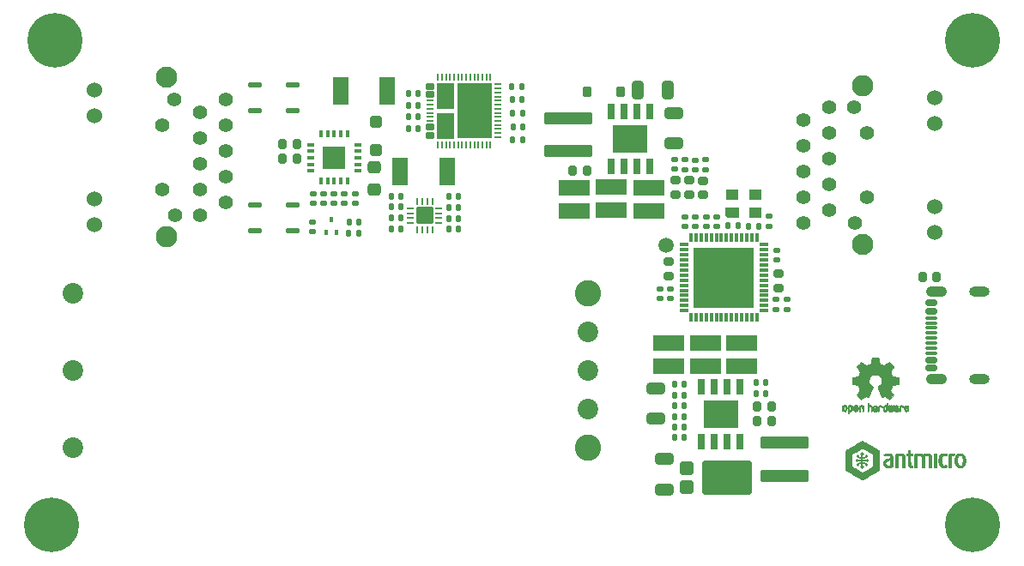
<source format=gbr>
%TF.GenerationSoftware,KiCad,Pcbnew,7.0.11+dfsg-1build4*%
%TF.CreationDate,2024-07-15T15:28:05+02:00*%
%TF.ProjectId,antmicro-poe-to-usbc-pd-adapter,616e746d-6963-4726-9f2d-706f652d746f,rev?*%
%TF.SameCoordinates,Original*%
%TF.FileFunction,Copper,L1,Top*%
%TF.FilePolarity,Positive*%
%FSLAX46Y46*%
G04 Gerber Fmt 4.6, Leading zero omitted, Abs format (unit mm)*
G04 Created by KiCad (PCBNEW 7.0.11+dfsg-1build4) date 2024-07-15 15:28:05 commit  463866a *
%MOMM*%
%LPD*%
G01*
G04 APERTURE LIST*
G04 Aperture macros list*
%AMRoundRect*
0 Rectangle with rounded corners*
0 $1 Rounding radius*
0 $2 $3 $4 $5 $6 $7 $8 $9 X,Y pos of 4 corners*
0 Add a 4 corners polygon primitive as box body*
4,1,4,$2,$3,$4,$5,$6,$7,$8,$9,$2,$3,0*
0 Add four circle primitives for the rounded corners*
1,1,$1+$1,$2,$3*
1,1,$1+$1,$4,$5*
1,1,$1+$1,$6,$7*
1,1,$1+$1,$8,$9*
0 Add four rect primitives between the rounded corners*
20,1,$1+$1,$2,$3,$4,$5,0*
20,1,$1+$1,$4,$5,$6,$7,0*
20,1,$1+$1,$6,$7,$8,$9,0*
20,1,$1+$1,$8,$9,$2,$3,0*%
%AMOutline5P*
0 Free polygon, 5 corners , with rotation*
0 The origin of the aperture is its center*
0 number of corners: always 5*
0 $1 to $10 corner X, Y*
0 $11 Rotation angle, in degrees counterclockwise*
0 create outline with 5 corners*
4,1,5,$1,$2,$3,$4,$5,$6,$7,$8,$9,$10,$1,$2,$11*%
%AMOutline6P*
0 Free polygon, 6 corners , with rotation*
0 The origin of the aperture is its center*
0 number of corners: always 6*
0 $1 to $12 corner X, Y*
0 $13 Rotation angle, in degrees counterclockwise*
0 create outline with 6 corners*
4,1,6,$1,$2,$3,$4,$5,$6,$7,$8,$9,$10,$11,$12,$1,$2,$13*%
%AMOutline7P*
0 Free polygon, 7 corners , with rotation*
0 The origin of the aperture is its center*
0 number of corners: always 7*
0 $1 to $14 corner X, Y*
0 $15 Rotation angle, in degrees counterclockwise*
0 create outline with 7 corners*
4,1,7,$1,$2,$3,$4,$5,$6,$7,$8,$9,$10,$11,$12,$13,$14,$1,$2,$15*%
%AMOutline8P*
0 Free polygon, 8 corners , with rotation*
0 The origin of the aperture is its center*
0 number of corners: always 8*
0 $1 to $16 corner X, Y*
0 $17 Rotation angle, in degrees counterclockwise*
0 create outline with 8 corners*
4,1,8,$1,$2,$3,$4,$5,$6,$7,$8,$9,$10,$11,$12,$13,$14,$15,$16,$1,$2,$17*%
G04 Aperture macros list end*
%TA.AperFunction,EtchedComponent*%
%ADD10C,0.010000*%
%TD*%
%TA.AperFunction,EtchedComponent*%
%ADD11C,0.130000*%
%TD*%
%TA.AperFunction,SMDPad,CuDef*%
%ADD12RoundRect,0.300000X0.350000X-0.300000X0.350000X0.300000X-0.350000X0.300000X-0.350000X-0.300000X0*%
%TD*%
%TA.AperFunction,ComponentPad*%
%ADD13C,1.397000*%
%TD*%
%TA.AperFunction,ComponentPad*%
%ADD14C,1.524000*%
%TD*%
%TA.AperFunction,ComponentPad*%
%ADD15C,2.100000*%
%TD*%
%TA.AperFunction,ComponentPad*%
%ADD16C,2.108200*%
%TD*%
%TA.AperFunction,SMDPad,CuDef*%
%ADD17RoundRect,0.147500X-0.172500X0.147500X-0.172500X-0.147500X0.172500X-0.147500X0.172500X0.147500X0*%
%TD*%
%TA.AperFunction,ComponentPad*%
%ADD18C,5.400000*%
%TD*%
%TA.AperFunction,SMDPad,CuDef*%
%ADD19Outline5P,-0.650000X0.550000X0.650000X0.550000X0.650000X-0.550000X-0.430000X-0.550000X-0.650000X-0.330000X0.000000*%
%TD*%
%TA.AperFunction,SMDPad,CuDef*%
%ADD20R,1.300000X1.100000*%
%TD*%
%TA.AperFunction,SMDPad,CuDef*%
%ADD21RoundRect,0.160000X-0.340000X0.240000X-0.340000X-0.240000X0.340000X-0.240000X0.340000X0.240000X0*%
%TD*%
%TA.AperFunction,SMDPad,CuDef*%
%ADD22RoundRect,0.147500X-0.147500X-0.172500X0.147500X-0.172500X0.147500X0.172500X-0.147500X0.172500X0*%
%TD*%
%TA.AperFunction,SMDPad,CuDef*%
%ADD23R,1.500000X2.750000*%
%TD*%
%TA.AperFunction,SMDPad,CuDef*%
%ADD24C,1.500000*%
%TD*%
%TA.AperFunction,SMDPad,CuDef*%
%ADD25RoundRect,0.160000X0.340000X-0.240000X0.340000X0.240000X-0.340000X0.240000X-0.340000X-0.240000X0*%
%TD*%
%TA.AperFunction,SMDPad,CuDef*%
%ADD26RoundRect,0.160000X0.240000X0.340000X-0.240000X0.340000X-0.240000X-0.340000X0.240000X-0.340000X0*%
%TD*%
%TA.AperFunction,SMDPad,CuDef*%
%ADD27R,3.050000X1.520000*%
%TD*%
%TA.AperFunction,SMDPad,CuDef*%
%ADD28RoundRect,0.168000X-2.262000X1.512000X-2.262000X-1.512000X2.262000X-1.512000X2.262000X1.512000X0*%
%TD*%
%TA.AperFunction,SMDPad,CuDef*%
%ADD29RoundRect,0.347500X0.352500X-0.347500X0.352500X0.347500X-0.352500X0.347500X-0.352500X-0.347500X0*%
%TD*%
%TA.AperFunction,SMDPad,CuDef*%
%ADD30RoundRect,0.347500X-0.352500X0.347500X-0.352500X-0.347500X0.352500X-0.347500X0.352500X0.347500X0*%
%TD*%
%TA.AperFunction,SMDPad,CuDef*%
%ADD31RoundRect,0.147500X0.172500X-0.147500X0.172500X0.147500X-0.172500X0.147500X-0.172500X-0.147500X0*%
%TD*%
%TA.AperFunction,SMDPad,CuDef*%
%ADD32RoundRect,0.135000X-0.315000X-0.340000X0.315000X-0.340000X0.315000X0.340000X-0.315000X0.340000X0*%
%TD*%
%TA.AperFunction,SMDPad,CuDef*%
%ADD33R,0.400000X0.510000*%
%TD*%
%TA.AperFunction,SMDPad,CuDef*%
%ADD34RoundRect,0.287500X-0.612500X0.287500X-0.612500X-0.287500X0.612500X-0.287500X0.612500X0.287500X0*%
%TD*%
%TA.AperFunction,ComponentPad*%
%ADD35C,2.030000*%
%TD*%
%TA.AperFunction,ComponentPad*%
%ADD36C,2.590000*%
%TD*%
%TA.AperFunction,SMDPad,CuDef*%
%ADD37RoundRect,0.125000X-2.225000X0.500000X-2.225000X-0.500000X2.225000X-0.500000X2.225000X0.500000X0*%
%TD*%
%TA.AperFunction,SMDPad,CuDef*%
%ADD38RoundRect,0.058500X-0.341500X-0.266500X0.341500X-0.266500X0.341500X0.266500X-0.341500X0.266500X0*%
%TD*%
%TA.AperFunction,SMDPad,CuDef*%
%ADD39RoundRect,0.050000X-0.300000X-0.050000X0.300000X-0.050000X0.300000X0.050000X-0.300000X0.050000X0*%
%TD*%
%TA.AperFunction,SMDPad,CuDef*%
%ADD40RoundRect,0.050000X0.050000X-0.300000X0.050000X0.300000X-0.050000X0.300000X-0.050000X-0.300000X0*%
%TD*%
%TA.AperFunction,ComponentPad*%
%ADD41C,0.450000*%
%TD*%
%TA.AperFunction,SMDPad,CuDef*%
%ADD42RoundRect,0.100000X0.775000X-1.200000X0.775000X1.200000X-0.775000X1.200000X-0.775000X-1.200000X0*%
%TD*%
%TA.AperFunction,SMDPad,CuDef*%
%ADD43RoundRect,0.100000X0.775000X-1.175000X0.775000X1.175000X-0.775000X1.175000X-0.775000X-1.175000X0*%
%TD*%
%TA.AperFunction,SMDPad,CuDef*%
%ADD44RoundRect,0.100000X1.600000X-2.650000X1.600000X2.650000X-1.600000X2.650000X-1.600000X-2.650000X0*%
%TD*%
%TA.AperFunction,SMDPad,CuDef*%
%ADD45R,0.650000X1.525000*%
%TD*%
%TA.AperFunction,ComponentPad*%
%ADD46C,0.400000*%
%TD*%
%TA.AperFunction,SMDPad,CuDef*%
%ADD47R,3.400000X2.710000*%
%TD*%
%TA.AperFunction,SMDPad,CuDef*%
%ADD48RoundRect,0.147500X0.147500X0.172500X-0.147500X0.172500X-0.147500X-0.172500X0.147500X-0.172500X0*%
%TD*%
%TA.AperFunction,SMDPad,CuDef*%
%ADD49RoundRect,0.287500X-0.287500X-0.612500X0.287500X-0.612500X0.287500X0.612500X-0.287500X0.612500X0*%
%TD*%
%TA.AperFunction,SMDPad,CuDef*%
%ADD50RoundRect,0.300000X-0.300000X0.300000X-0.300000X-0.300000X0.300000X-0.300000X0.300000X0.300000X0*%
%TD*%
%TA.AperFunction,SMDPad,CuDef*%
%ADD51RoundRect,0.160000X-0.240000X-0.340000X0.240000X-0.340000X0.240000X0.340000X-0.240000X0.340000X0*%
%TD*%
%TA.AperFunction,SMDPad,CuDef*%
%ADD52RoundRect,0.050000X-0.250000X-0.075000X0.250000X-0.075000X0.250000X0.075000X-0.250000X0.075000X0*%
%TD*%
%TA.AperFunction,SMDPad,CuDef*%
%ADD53RoundRect,0.050000X0.075000X-0.250000X0.075000X0.250000X-0.075000X0.250000X-0.075000X-0.250000X0*%
%TD*%
%TA.AperFunction,SMDPad,CuDef*%
%ADD54RoundRect,0.050000X0.250000X0.075000X-0.250000X0.075000X-0.250000X-0.075000X0.250000X-0.075000X0*%
%TD*%
%TA.AperFunction,SMDPad,CuDef*%
%ADD55RoundRect,0.050000X-0.075000X0.250000X-0.075000X-0.250000X0.075000X-0.250000X0.075000X0.250000X0*%
%TD*%
%TA.AperFunction,SMDPad,CuDef*%
%ADD56RoundRect,0.050000X-0.790000X-0.790000X0.790000X-0.790000X0.790000X0.790000X-0.790000X0.790000X0*%
%TD*%
%TA.AperFunction,SMDPad,CuDef*%
%ADD57RoundRect,0.077500X0.077500X-0.297500X0.077500X0.297500X-0.077500X0.297500X-0.077500X-0.297500X0*%
%TD*%
%TA.AperFunction,SMDPad,CuDef*%
%ADD58RoundRect,0.077500X0.297500X-0.077500X0.297500X0.077500X-0.297500X0.077500X-0.297500X-0.077500X0*%
%TD*%
%TA.AperFunction,SMDPad,CuDef*%
%ADD59R,2.200000X2.200000*%
%TD*%
%TA.AperFunction,SMDPad,CuDef*%
%ADD60RoundRect,0.150000X0.425000X-0.150000X0.425000X0.150000X-0.425000X0.150000X-0.425000X-0.150000X0*%
%TD*%
%TA.AperFunction,SMDPad,CuDef*%
%ADD61RoundRect,0.075000X0.500000X-0.075000X0.500000X0.075000X-0.500000X0.075000X-0.500000X-0.075000X0*%
%TD*%
%TA.AperFunction,ComponentPad*%
%ADD62O,2.100000X1.050000*%
%TD*%
%TA.AperFunction,ComponentPad*%
%ADD63O,2.000000X1.000000*%
%TD*%
%TA.AperFunction,SMDPad,CuDef*%
%ADD64RoundRect,0.120000X0.580000X0.120000X-0.580000X0.120000X-0.580000X-0.120000X0.580000X-0.120000X0*%
%TD*%
%TA.AperFunction,SMDPad,CuDef*%
%ADD65RoundRect,0.075000X-0.075000X0.362500X-0.075000X-0.362500X0.075000X-0.362500X0.075000X0.362500X0*%
%TD*%
%TA.AperFunction,SMDPad,CuDef*%
%ADD66RoundRect,0.075000X-0.362500X-0.075000X0.362500X-0.075000X0.362500X0.075000X-0.362500X0.075000X0*%
%TD*%
%TA.AperFunction,SMDPad,CuDef*%
%ADD67R,5.900000X5.900000*%
%TD*%
%TA.AperFunction,SMDPad,CuDef*%
%ADD68RoundRect,0.287500X0.612500X-0.287500X0.612500X0.287500X-0.612500X0.287500X-0.612500X-0.287500X0*%
%TD*%
%TA.AperFunction,SMDPad,CuDef*%
%ADD69RoundRect,0.120000X-0.580000X-0.120000X0.580000X-0.120000X0.580000X0.120000X-0.580000X0.120000X0*%
%TD*%
G04 APERTURE END LIST*
%TO.C,REF\u002A\u002A*%
D10*
X143882600Y-82228752D02*
X143899948Y-82236334D01*
X143941356Y-82269128D01*
X143976765Y-82316547D01*
X143998664Y-82367151D01*
X144002229Y-82392098D01*
X143990279Y-82426927D01*
X143964067Y-82445357D01*
X143935964Y-82456516D01*
X143923095Y-82458572D01*
X143916829Y-82443649D01*
X143904456Y-82411175D01*
X143899028Y-82396502D01*
X143868590Y-82345744D01*
X143824520Y-82320427D01*
X143768010Y-82321206D01*
X143763825Y-82322203D01*
X143733655Y-82336507D01*
X143711476Y-82364393D01*
X143696327Y-82409287D01*
X143687250Y-82474615D01*
X143683286Y-82563804D01*
X143682914Y-82611261D01*
X143682730Y-82686071D01*
X143681522Y-82737069D01*
X143678309Y-82769471D01*
X143672109Y-82788495D01*
X143661940Y-82799356D01*
X143646819Y-82807272D01*
X143645946Y-82807670D01*
X143616828Y-82819981D01*
X143602403Y-82824514D01*
X143600186Y-82810809D01*
X143598289Y-82772925D01*
X143596847Y-82715715D01*
X143595998Y-82644027D01*
X143595829Y-82591565D01*
X143596692Y-82490047D01*
X143600070Y-82413032D01*
X143607142Y-82356023D01*
X143619088Y-82314526D01*
X143637090Y-82284043D01*
X143662327Y-82260080D01*
X143687247Y-82243355D01*
X143747171Y-82221097D01*
X143816911Y-82216076D01*
X143882600Y-82228752D01*
%TA.AperFunction,EtchedComponent*%
G36*
X143882600Y-82228752D02*
G01*
X143899948Y-82236334D01*
X143941356Y-82269128D01*
X143976765Y-82316547D01*
X143998664Y-82367151D01*
X144002229Y-82392098D01*
X143990279Y-82426927D01*
X143964067Y-82445357D01*
X143935964Y-82456516D01*
X143923095Y-82458572D01*
X143916829Y-82443649D01*
X143904456Y-82411175D01*
X143899028Y-82396502D01*
X143868590Y-82345744D01*
X143824520Y-82320427D01*
X143768010Y-82321206D01*
X143763825Y-82322203D01*
X143733655Y-82336507D01*
X143711476Y-82364393D01*
X143696327Y-82409287D01*
X143687250Y-82474615D01*
X143683286Y-82563804D01*
X143682914Y-82611261D01*
X143682730Y-82686071D01*
X143681522Y-82737069D01*
X143678309Y-82769471D01*
X143672109Y-82788495D01*
X143661940Y-82799356D01*
X143646819Y-82807272D01*
X143645946Y-82807670D01*
X143616828Y-82819981D01*
X143602403Y-82824514D01*
X143600186Y-82810809D01*
X143598289Y-82772925D01*
X143596847Y-82715715D01*
X143595998Y-82644027D01*
X143595829Y-82591565D01*
X143596692Y-82490047D01*
X143600070Y-82413032D01*
X143607142Y-82356023D01*
X143619088Y-82314526D01*
X143637090Y-82284043D01*
X143662327Y-82260080D01*
X143687247Y-82243355D01*
X143747171Y-82221097D01*
X143816911Y-82216076D01*
X143882600Y-82228752D01*
G37*
%TD.AperFunction*%
X139946093Y-82197780D02*
X139992672Y-82224723D01*
X140025057Y-82251466D01*
X140048742Y-82279484D01*
X140065059Y-82313748D01*
X140075339Y-82359227D01*
X140080914Y-82420892D01*
X140083116Y-82503711D01*
X140083371Y-82563246D01*
X140083371Y-82782391D01*
X140021686Y-82810044D01*
X139960000Y-82837697D01*
X139952743Y-82597670D01*
X139949744Y-82508028D01*
X139946598Y-82442962D01*
X139942701Y-82398026D01*
X139937447Y-82368770D01*
X139930231Y-82350748D01*
X139920450Y-82339511D01*
X139917312Y-82337079D01*
X139869761Y-82318083D01*
X139821697Y-82325600D01*
X139793086Y-82345543D01*
X139781447Y-82359675D01*
X139773391Y-82378220D01*
X139768271Y-82406334D01*
X139765441Y-82449173D01*
X139764256Y-82511895D01*
X139764057Y-82577261D01*
X139764018Y-82659268D01*
X139762614Y-82717316D01*
X139757914Y-82756465D01*
X139747987Y-82781780D01*
X139730903Y-82798323D01*
X139704732Y-82811156D01*
X139669775Y-82824491D01*
X139631596Y-82839007D01*
X139636141Y-82581389D01*
X139637971Y-82488519D01*
X139640112Y-82419889D01*
X139643181Y-82370711D01*
X139647794Y-82336198D01*
X139654568Y-82311562D01*
X139664119Y-82292016D01*
X139675634Y-82274770D01*
X139731190Y-82219680D01*
X139798980Y-82187822D01*
X139872713Y-82180191D01*
X139946093Y-82197780D01*
%TA.AperFunction,EtchedComponent*%
G36*
X139946093Y-82197780D02*
G01*
X139992672Y-82224723D01*
X140025057Y-82251466D01*
X140048742Y-82279484D01*
X140065059Y-82313748D01*
X140075339Y-82359227D01*
X140080914Y-82420892D01*
X140083116Y-82503711D01*
X140083371Y-82563246D01*
X140083371Y-82782391D01*
X140021686Y-82810044D01*
X139960000Y-82837697D01*
X139952743Y-82597670D01*
X139949744Y-82508028D01*
X139946598Y-82442962D01*
X139942701Y-82398026D01*
X139937447Y-82368770D01*
X139930231Y-82350748D01*
X139920450Y-82339511D01*
X139917312Y-82337079D01*
X139869761Y-82318083D01*
X139821697Y-82325600D01*
X139793086Y-82345543D01*
X139781447Y-82359675D01*
X139773391Y-82378220D01*
X139768271Y-82406334D01*
X139765441Y-82449173D01*
X139764256Y-82511895D01*
X139764057Y-82577261D01*
X139764018Y-82659268D01*
X139762614Y-82717316D01*
X139757914Y-82756465D01*
X139747987Y-82781780D01*
X139730903Y-82798323D01*
X139704732Y-82811156D01*
X139669775Y-82824491D01*
X139631596Y-82839007D01*
X139636141Y-82581389D01*
X139637971Y-82488519D01*
X139640112Y-82419889D01*
X139643181Y-82370711D01*
X139647794Y-82336198D01*
X139654568Y-82311562D01*
X139664119Y-82292016D01*
X139675634Y-82274770D01*
X139731190Y-82219680D01*
X139798980Y-82187822D01*
X139872713Y-82180191D01*
X139946093Y-82197780D01*
G37*
%TD.AperFunction*%
X141759926Y-82219755D02*
X141825858Y-82244084D01*
X141879273Y-82287117D01*
X141900164Y-82317409D01*
X141922939Y-82372994D01*
X141922466Y-82413186D01*
X141898562Y-82440217D01*
X141889717Y-82444813D01*
X141851530Y-82459144D01*
X141832028Y-82455472D01*
X141825422Y-82431407D01*
X141825086Y-82418114D01*
X141812992Y-82369210D01*
X141781471Y-82334999D01*
X141737659Y-82318476D01*
X141688695Y-82322634D01*
X141648894Y-82344227D01*
X141635450Y-82356544D01*
X141625921Y-82371487D01*
X141619485Y-82394075D01*
X141615317Y-82429328D01*
X141612597Y-82482266D01*
X141610502Y-82557907D01*
X141609960Y-82581857D01*
X141607981Y-82663790D01*
X141605731Y-82721455D01*
X141602357Y-82759608D01*
X141597006Y-82783004D01*
X141588824Y-82796398D01*
X141576959Y-82804545D01*
X141569362Y-82808144D01*
X141537102Y-82820452D01*
X141518111Y-82824514D01*
X141511836Y-82810948D01*
X141508006Y-82769934D01*
X141506600Y-82700999D01*
X141507598Y-82603669D01*
X141507908Y-82588657D01*
X141510101Y-82499859D01*
X141512693Y-82435019D01*
X141516382Y-82389067D01*
X141521864Y-82356935D01*
X141529835Y-82333553D01*
X141540993Y-82313852D01*
X141546830Y-82305410D01*
X141580296Y-82268057D01*
X141617727Y-82239003D01*
X141622309Y-82236467D01*
X141689426Y-82216443D01*
X141759926Y-82219755D01*
%TA.AperFunction,EtchedComponent*%
G36*
X141759926Y-82219755D02*
G01*
X141825858Y-82244084D01*
X141879273Y-82287117D01*
X141900164Y-82317409D01*
X141922939Y-82372994D01*
X141922466Y-82413186D01*
X141898562Y-82440217D01*
X141889717Y-82444813D01*
X141851530Y-82459144D01*
X141832028Y-82455472D01*
X141825422Y-82431407D01*
X141825086Y-82418114D01*
X141812992Y-82369210D01*
X141781471Y-82334999D01*
X141737659Y-82318476D01*
X141688695Y-82322634D01*
X141648894Y-82344227D01*
X141635450Y-82356544D01*
X141625921Y-82371487D01*
X141619485Y-82394075D01*
X141615317Y-82429328D01*
X141612597Y-82482266D01*
X141610502Y-82557907D01*
X141609960Y-82581857D01*
X141607981Y-82663790D01*
X141605731Y-82721455D01*
X141602357Y-82759608D01*
X141597006Y-82783004D01*
X141588824Y-82796398D01*
X141576959Y-82804545D01*
X141569362Y-82808144D01*
X141537102Y-82820452D01*
X141518111Y-82824514D01*
X141511836Y-82810948D01*
X141508006Y-82769934D01*
X141506600Y-82700999D01*
X141507598Y-82603669D01*
X141507908Y-82588657D01*
X141510101Y-82499859D01*
X141512693Y-82435019D01*
X141516382Y-82389067D01*
X141521864Y-82356935D01*
X141529835Y-82333553D01*
X141540993Y-82313852D01*
X141546830Y-82305410D01*
X141580296Y-82268057D01*
X141617727Y-82239003D01*
X141622309Y-82236467D01*
X141689426Y-82216443D01*
X141759926Y-82219755D01*
G37*
%TD.AperFunction*%
X140605886Y-82121289D02*
X140610139Y-82180613D01*
X140615025Y-82215572D01*
X140621795Y-82230820D01*
X140631702Y-82231015D01*
X140634914Y-82229195D01*
X140677644Y-82216015D01*
X140733227Y-82216785D01*
X140789737Y-82230333D01*
X140825082Y-82247861D01*
X140861321Y-82275861D01*
X140887813Y-82307549D01*
X140905999Y-82347813D01*
X140917322Y-82401543D01*
X140923222Y-82473626D01*
X140925143Y-82568951D01*
X140925177Y-82587237D01*
X140925200Y-82792646D01*
X140879491Y-82808580D01*
X140847027Y-82819420D01*
X140829215Y-82824468D01*
X140828691Y-82824514D01*
X140826937Y-82810828D01*
X140825444Y-82773076D01*
X140824326Y-82716224D01*
X140823697Y-82645234D01*
X140823600Y-82602073D01*
X140823398Y-82516973D01*
X140822358Y-82455981D01*
X140819831Y-82414177D01*
X140815164Y-82386642D01*
X140807707Y-82368456D01*
X140796811Y-82354698D01*
X140790007Y-82348073D01*
X140743272Y-82321375D01*
X140692272Y-82319375D01*
X140646001Y-82341955D01*
X140637444Y-82350107D01*
X140624893Y-82365436D01*
X140616188Y-82383618D01*
X140610631Y-82409909D01*
X140607526Y-82449562D01*
X140606176Y-82507832D01*
X140605886Y-82588173D01*
X140605886Y-82792646D01*
X140560177Y-82808580D01*
X140527713Y-82819420D01*
X140509901Y-82824468D01*
X140509377Y-82824514D01*
X140508037Y-82810623D01*
X140506828Y-82771439D01*
X140505801Y-82710700D01*
X140505002Y-82632141D01*
X140504481Y-82539498D01*
X140504286Y-82436509D01*
X140504286Y-82039342D01*
X140551457Y-82019444D01*
X140598629Y-81999547D01*
X140605886Y-82121289D01*
%TA.AperFunction,EtchedComponent*%
G36*
X140605886Y-82121289D02*
G01*
X140610139Y-82180613D01*
X140615025Y-82215572D01*
X140621795Y-82230820D01*
X140631702Y-82231015D01*
X140634914Y-82229195D01*
X140677644Y-82216015D01*
X140733227Y-82216785D01*
X140789737Y-82230333D01*
X140825082Y-82247861D01*
X140861321Y-82275861D01*
X140887813Y-82307549D01*
X140905999Y-82347813D01*
X140917322Y-82401543D01*
X140923222Y-82473626D01*
X140925143Y-82568951D01*
X140925177Y-82587237D01*
X140925200Y-82792646D01*
X140879491Y-82808580D01*
X140847027Y-82819420D01*
X140829215Y-82824468D01*
X140828691Y-82824514D01*
X140826937Y-82810828D01*
X140825444Y-82773076D01*
X140824326Y-82716224D01*
X140823697Y-82645234D01*
X140823600Y-82602073D01*
X140823398Y-82516973D01*
X140822358Y-82455981D01*
X140819831Y-82414177D01*
X140815164Y-82386642D01*
X140807707Y-82368456D01*
X140796811Y-82354698D01*
X140790007Y-82348073D01*
X140743272Y-82321375D01*
X140692272Y-82319375D01*
X140646001Y-82341955D01*
X140637444Y-82350107D01*
X140624893Y-82365436D01*
X140616188Y-82383618D01*
X140610631Y-82409909D01*
X140607526Y-82449562D01*
X140606176Y-82507832D01*
X140605886Y-82588173D01*
X140605886Y-82792646D01*
X140560177Y-82808580D01*
X140527713Y-82819420D01*
X140509901Y-82824468D01*
X140509377Y-82824514D01*
X140508037Y-82810623D01*
X140506828Y-82771439D01*
X140505801Y-82710700D01*
X140505002Y-82632141D01*
X140504481Y-82539498D01*
X140504286Y-82436509D01*
X140504286Y-82039342D01*
X140551457Y-82019444D01*
X140598629Y-81999547D01*
X140605886Y-82121289D01*
G37*
%TD.AperFunction*%
X143009833Y-82228663D02*
X143012048Y-82266850D01*
X143013784Y-82324886D01*
X143014899Y-82398180D01*
X143015257Y-82475055D01*
X143015257Y-82735196D01*
X142969326Y-82781127D01*
X142937675Y-82809429D01*
X142909890Y-82820893D01*
X142871915Y-82820168D01*
X142856840Y-82818321D01*
X142809726Y-82812948D01*
X142770756Y-82809869D01*
X142761257Y-82809585D01*
X142729233Y-82811445D01*
X142683432Y-82816114D01*
X142665674Y-82818321D01*
X142622057Y-82821735D01*
X142592745Y-82814320D01*
X142563680Y-82791427D01*
X142553188Y-82781127D01*
X142507257Y-82735196D01*
X142507257Y-82248602D01*
X142544226Y-82231758D01*
X142576059Y-82219282D01*
X142594683Y-82214914D01*
X142599458Y-82228718D01*
X142603921Y-82267286D01*
X142607775Y-82326356D01*
X142610722Y-82401663D01*
X142612143Y-82465286D01*
X142616114Y-82715657D01*
X142650759Y-82720556D01*
X142682268Y-82717131D01*
X142697708Y-82706041D01*
X142702023Y-82685308D01*
X142705708Y-82641145D01*
X142708469Y-82579146D01*
X142710012Y-82504909D01*
X142710235Y-82466706D01*
X142710457Y-82246783D01*
X142756166Y-82230849D01*
X142788518Y-82220015D01*
X142806115Y-82214962D01*
X142806623Y-82214914D01*
X142808388Y-82228648D01*
X142810329Y-82266730D01*
X142812282Y-82324482D01*
X142814084Y-82397227D01*
X142815343Y-82465286D01*
X142819314Y-82715657D01*
X142906400Y-82715657D01*
X142910396Y-82487240D01*
X142914392Y-82258822D01*
X142956847Y-82236868D01*
X142988192Y-82221793D01*
X143006744Y-82214951D01*
X143007279Y-82214914D01*
X143009833Y-82228663D01*
%TA.AperFunction,EtchedComponent*%
G36*
X143009833Y-82228663D02*
G01*
X143012048Y-82266850D01*
X143013784Y-82324886D01*
X143014899Y-82398180D01*
X143015257Y-82475055D01*
X143015257Y-82735196D01*
X142969326Y-82781127D01*
X142937675Y-82809429D01*
X142909890Y-82820893D01*
X142871915Y-82820168D01*
X142856840Y-82818321D01*
X142809726Y-82812948D01*
X142770756Y-82809869D01*
X142761257Y-82809585D01*
X142729233Y-82811445D01*
X142683432Y-82816114D01*
X142665674Y-82818321D01*
X142622057Y-82821735D01*
X142592745Y-82814320D01*
X142563680Y-82791427D01*
X142553188Y-82781127D01*
X142507257Y-82735196D01*
X142507257Y-82248602D01*
X142544226Y-82231758D01*
X142576059Y-82219282D01*
X142594683Y-82214914D01*
X142599458Y-82228718D01*
X142603921Y-82267286D01*
X142607775Y-82326356D01*
X142610722Y-82401663D01*
X142612143Y-82465286D01*
X142616114Y-82715657D01*
X142650759Y-82720556D01*
X142682268Y-82717131D01*
X142697708Y-82706041D01*
X142702023Y-82685308D01*
X142705708Y-82641145D01*
X142708469Y-82579146D01*
X142710012Y-82504909D01*
X142710235Y-82466706D01*
X142710457Y-82246783D01*
X142756166Y-82230849D01*
X142788518Y-82220015D01*
X142806115Y-82214962D01*
X142806623Y-82214914D01*
X142808388Y-82228648D01*
X142810329Y-82266730D01*
X142812282Y-82324482D01*
X142814084Y-82397227D01*
X142815343Y-82465286D01*
X142819314Y-82715657D01*
X142906400Y-82715657D01*
X142910396Y-82487240D01*
X142914392Y-82258822D01*
X142956847Y-82236868D01*
X142988192Y-82221793D01*
X143006744Y-82214951D01*
X143007279Y-82214914D01*
X143009833Y-82228663D01*
G37*
%TD.AperFunction*%
X138271115Y-82191962D02*
X138339145Y-82227733D01*
X138389351Y-82285301D01*
X138407185Y-82322312D01*
X138421063Y-82377882D01*
X138428167Y-82448096D01*
X138428840Y-82524727D01*
X138423427Y-82599552D01*
X138412270Y-82664342D01*
X138395714Y-82710873D01*
X138390626Y-82718887D01*
X138330355Y-82778707D01*
X138258769Y-82814535D01*
X138181092Y-82825020D01*
X138102548Y-82808810D01*
X138080689Y-82799092D01*
X138038122Y-82769143D01*
X138000763Y-82729433D01*
X137997232Y-82724397D01*
X137982881Y-82700124D01*
X137973394Y-82674178D01*
X137967790Y-82640022D01*
X137965086Y-82591119D01*
X137964299Y-82520935D01*
X137964286Y-82505200D01*
X137964322Y-82500192D01*
X138109429Y-82500192D01*
X138110273Y-82566430D01*
X138113596Y-82610386D01*
X138120583Y-82638779D01*
X138132416Y-82658325D01*
X138138457Y-82664857D01*
X138173186Y-82689680D01*
X138206903Y-82688548D01*
X138240995Y-82667016D01*
X138261329Y-82644029D01*
X138273371Y-82610478D01*
X138280134Y-82557569D01*
X138280598Y-82551399D01*
X138281752Y-82455513D01*
X138269688Y-82384299D01*
X138244570Y-82338194D01*
X138206560Y-82317635D01*
X138192992Y-82316514D01*
X138157364Y-82322152D01*
X138132994Y-82341686D01*
X138118093Y-82379042D01*
X138110875Y-82438150D01*
X138109429Y-82500192D01*
X137964322Y-82500192D01*
X137964826Y-82430413D01*
X137967096Y-82378159D01*
X137972068Y-82341949D01*
X137980713Y-82315299D01*
X137994005Y-82291722D01*
X137996943Y-82287338D01*
X138046313Y-82228249D01*
X138100109Y-82193947D01*
X138165602Y-82180331D01*
X138187842Y-82179665D01*
X138271115Y-82191962D01*
%TA.AperFunction,EtchedComponent*%
G36*
X138271115Y-82191962D02*
G01*
X138339145Y-82227733D01*
X138389351Y-82285301D01*
X138407185Y-82322312D01*
X138421063Y-82377882D01*
X138428167Y-82448096D01*
X138428840Y-82524727D01*
X138423427Y-82599552D01*
X138412270Y-82664342D01*
X138395714Y-82710873D01*
X138390626Y-82718887D01*
X138330355Y-82778707D01*
X138258769Y-82814535D01*
X138181092Y-82825020D01*
X138102548Y-82808810D01*
X138080689Y-82799092D01*
X138038122Y-82769143D01*
X138000763Y-82729433D01*
X137997232Y-82724397D01*
X137982881Y-82700124D01*
X137973394Y-82674178D01*
X137967790Y-82640022D01*
X137965086Y-82591119D01*
X137964299Y-82520935D01*
X137964286Y-82505200D01*
X137964322Y-82500192D01*
X138109429Y-82500192D01*
X138110273Y-82566430D01*
X138113596Y-82610386D01*
X138120583Y-82638779D01*
X138132416Y-82658325D01*
X138138457Y-82664857D01*
X138173186Y-82689680D01*
X138206903Y-82688548D01*
X138240995Y-82667016D01*
X138261329Y-82644029D01*
X138273371Y-82610478D01*
X138280134Y-82557569D01*
X138280598Y-82551399D01*
X138281752Y-82455513D01*
X138269688Y-82384299D01*
X138244570Y-82338194D01*
X138206560Y-82317635D01*
X138192992Y-82316514D01*
X138157364Y-82322152D01*
X138132994Y-82341686D01*
X138118093Y-82379042D01*
X138110875Y-82438150D01*
X138109429Y-82500192D01*
X137964322Y-82500192D01*
X137964826Y-82430413D01*
X137967096Y-82378159D01*
X137972068Y-82341949D01*
X137980713Y-82315299D01*
X137994005Y-82291722D01*
X137996943Y-82287338D01*
X138046313Y-82228249D01*
X138100109Y-82193947D01*
X138165602Y-82180331D01*
X138187842Y-82179665D01*
X138271115Y-82191962D01*
G37*
%TD.AperFunction*%
X144383595Y-82236966D02*
X144441021Y-82274497D01*
X144468719Y-82308096D01*
X144490662Y-82369064D01*
X144492405Y-82417308D01*
X144488457Y-82481816D01*
X144339686Y-82546934D01*
X144267349Y-82580202D01*
X144220084Y-82606964D01*
X144195507Y-82630144D01*
X144191237Y-82652667D01*
X144204889Y-82677455D01*
X144219943Y-82693886D01*
X144263746Y-82720235D01*
X144311389Y-82722081D01*
X144355145Y-82701546D01*
X144387289Y-82660752D01*
X144393038Y-82646347D01*
X144420576Y-82601356D01*
X144452258Y-82582182D01*
X144495714Y-82565779D01*
X144495714Y-82627966D01*
X144491872Y-82670283D01*
X144476823Y-82705969D01*
X144445280Y-82746943D01*
X144440592Y-82752267D01*
X144405506Y-82788720D01*
X144375347Y-82808283D01*
X144337615Y-82817283D01*
X144306335Y-82820230D01*
X144250385Y-82820965D01*
X144210555Y-82811660D01*
X144185708Y-82797846D01*
X144146656Y-82767467D01*
X144119625Y-82734613D01*
X144102517Y-82693294D01*
X144093238Y-82637521D01*
X144089693Y-82561305D01*
X144089410Y-82522622D01*
X144090372Y-82476247D01*
X144178007Y-82476247D01*
X144179023Y-82501126D01*
X144181556Y-82505200D01*
X144198274Y-82499665D01*
X144234249Y-82485017D01*
X144282331Y-82464190D01*
X144292386Y-82459714D01*
X144353152Y-82428814D01*
X144386632Y-82401657D01*
X144393990Y-82376220D01*
X144376391Y-82350481D01*
X144361856Y-82339109D01*
X144309410Y-82316364D01*
X144260322Y-82320122D01*
X144219227Y-82347884D01*
X144190758Y-82397152D01*
X144181631Y-82436257D01*
X144178007Y-82476247D01*
X144090372Y-82476247D01*
X144091285Y-82432249D01*
X144098196Y-82365384D01*
X144111884Y-82316695D01*
X144134096Y-82280849D01*
X144166574Y-82252513D01*
X144180733Y-82243355D01*
X144245053Y-82219507D01*
X144315473Y-82218006D01*
X144383595Y-82236966D01*
%TA.AperFunction,EtchedComponent*%
G36*
X144383595Y-82236966D02*
G01*
X144441021Y-82274497D01*
X144468719Y-82308096D01*
X144490662Y-82369064D01*
X144492405Y-82417308D01*
X144488457Y-82481816D01*
X144339686Y-82546934D01*
X144267349Y-82580202D01*
X144220084Y-82606964D01*
X144195507Y-82630144D01*
X144191237Y-82652667D01*
X144204889Y-82677455D01*
X144219943Y-82693886D01*
X144263746Y-82720235D01*
X144311389Y-82722081D01*
X144355145Y-82701546D01*
X144387289Y-82660752D01*
X144393038Y-82646347D01*
X144420576Y-82601356D01*
X144452258Y-82582182D01*
X144495714Y-82565779D01*
X144495714Y-82627966D01*
X144491872Y-82670283D01*
X144476823Y-82705969D01*
X144445280Y-82746943D01*
X144440592Y-82752267D01*
X144405506Y-82788720D01*
X144375347Y-82808283D01*
X144337615Y-82817283D01*
X144306335Y-82820230D01*
X144250385Y-82820965D01*
X144210555Y-82811660D01*
X144185708Y-82797846D01*
X144146656Y-82767467D01*
X144119625Y-82734613D01*
X144102517Y-82693294D01*
X144093238Y-82637521D01*
X144089693Y-82561305D01*
X144089410Y-82522622D01*
X144090372Y-82476247D01*
X144178007Y-82476247D01*
X144179023Y-82501126D01*
X144181556Y-82505200D01*
X144198274Y-82499665D01*
X144234249Y-82485017D01*
X144282331Y-82464190D01*
X144292386Y-82459714D01*
X144353152Y-82428814D01*
X144386632Y-82401657D01*
X144393990Y-82376220D01*
X144376391Y-82350481D01*
X144361856Y-82339109D01*
X144309410Y-82316364D01*
X144260322Y-82320122D01*
X144219227Y-82347884D01*
X144190758Y-82397152D01*
X144181631Y-82436257D01*
X144178007Y-82476247D01*
X144090372Y-82476247D01*
X144091285Y-82432249D01*
X144098196Y-82365384D01*
X144111884Y-82316695D01*
X144134096Y-82280849D01*
X144166574Y-82252513D01*
X144180733Y-82243355D01*
X144245053Y-82219507D01*
X144315473Y-82218006D01*
X144383595Y-82236966D01*
G37*
%TD.AperFunction*%
X142420117Y-82335358D02*
X142419933Y-82443837D01*
X142419219Y-82527287D01*
X142417675Y-82589704D01*
X142415001Y-82635085D01*
X142410894Y-82667429D01*
X142405055Y-82690733D01*
X142397182Y-82708995D01*
X142391221Y-82719418D01*
X142341855Y-82775945D01*
X142279264Y-82811377D01*
X142210013Y-82824090D01*
X142140668Y-82812463D01*
X142099375Y-82791568D01*
X142056025Y-82755422D01*
X142026481Y-82711276D01*
X142008655Y-82653462D01*
X142000463Y-82576313D01*
X141999302Y-82519714D01*
X141999458Y-82515647D01*
X142100857Y-82515647D01*
X142101476Y-82580550D01*
X142104314Y-82623514D01*
X142110840Y-82651622D01*
X142122523Y-82671953D01*
X142136483Y-82687288D01*
X142183365Y-82716890D01*
X142233701Y-82719419D01*
X142281276Y-82694705D01*
X142284979Y-82691356D01*
X142300783Y-82673935D01*
X142310693Y-82653209D01*
X142316058Y-82622362D01*
X142318228Y-82574577D01*
X142318571Y-82521748D01*
X142317827Y-82455381D01*
X142314748Y-82411106D01*
X142308061Y-82382009D01*
X142296496Y-82361173D01*
X142287013Y-82350107D01*
X142242960Y-82322198D01*
X142192224Y-82318843D01*
X142143796Y-82340159D01*
X142134450Y-82348073D01*
X142118540Y-82365647D01*
X142108610Y-82386587D01*
X142103278Y-82417782D01*
X142101163Y-82466122D01*
X142100857Y-82515647D01*
X141999458Y-82515647D01*
X142002810Y-82428568D01*
X142014726Y-82360086D01*
X142037135Y-82308600D01*
X142072124Y-82268443D01*
X142099375Y-82247861D01*
X142148907Y-82225625D01*
X142206316Y-82215304D01*
X142259682Y-82218067D01*
X142289543Y-82229212D01*
X142301261Y-82232383D01*
X142309037Y-82220557D01*
X142314465Y-82188866D01*
X142318571Y-82140593D01*
X142323067Y-82086829D01*
X142329313Y-82054482D01*
X142340676Y-82035985D01*
X142360528Y-82023770D01*
X142373000Y-82018362D01*
X142420171Y-81998601D01*
X142420117Y-82335358D01*
%TA.AperFunction,EtchedComponent*%
G36*
X142420117Y-82335358D02*
G01*
X142419933Y-82443837D01*
X142419219Y-82527287D01*
X142417675Y-82589704D01*
X142415001Y-82635085D01*
X142410894Y-82667429D01*
X142405055Y-82690733D01*
X142397182Y-82708995D01*
X142391221Y-82719418D01*
X142341855Y-82775945D01*
X142279264Y-82811377D01*
X142210013Y-82824090D01*
X142140668Y-82812463D01*
X142099375Y-82791568D01*
X142056025Y-82755422D01*
X142026481Y-82711276D01*
X142008655Y-82653462D01*
X142000463Y-82576313D01*
X141999302Y-82519714D01*
X141999458Y-82515647D01*
X142100857Y-82515647D01*
X142101476Y-82580550D01*
X142104314Y-82623514D01*
X142110840Y-82651622D01*
X142122523Y-82671953D01*
X142136483Y-82687288D01*
X142183365Y-82716890D01*
X142233701Y-82719419D01*
X142281276Y-82694705D01*
X142284979Y-82691356D01*
X142300783Y-82673935D01*
X142310693Y-82653209D01*
X142316058Y-82622362D01*
X142318228Y-82574577D01*
X142318571Y-82521748D01*
X142317827Y-82455381D01*
X142314748Y-82411106D01*
X142308061Y-82382009D01*
X142296496Y-82361173D01*
X142287013Y-82350107D01*
X142242960Y-82322198D01*
X142192224Y-82318843D01*
X142143796Y-82340159D01*
X142134450Y-82348073D01*
X142118540Y-82365647D01*
X142108610Y-82386587D01*
X142103278Y-82417782D01*
X142101163Y-82466122D01*
X142100857Y-82515647D01*
X141999458Y-82515647D01*
X142002810Y-82428568D01*
X142014726Y-82360086D01*
X142037135Y-82308600D01*
X142072124Y-82268443D01*
X142099375Y-82247861D01*
X142148907Y-82225625D01*
X142206316Y-82215304D01*
X142259682Y-82218067D01*
X142289543Y-82229212D01*
X142301261Y-82232383D01*
X142309037Y-82220557D01*
X142314465Y-82188866D01*
X142318571Y-82140593D01*
X142323067Y-82086829D01*
X142329313Y-82054482D01*
X142340676Y-82035985D01*
X142360528Y-82023770D01*
X142373000Y-82018362D01*
X142420171Y-81998601D01*
X142420117Y-82335358D01*
G37*
%TD.AperFunction*%
X139398303Y-82201239D02*
X139455527Y-82239735D01*
X139499749Y-82295335D01*
X139526167Y-82366086D01*
X139531510Y-82418162D01*
X139530903Y-82439893D01*
X139525822Y-82456531D01*
X139511855Y-82471437D01*
X139484589Y-82487973D01*
X139439612Y-82509498D01*
X139372511Y-82539374D01*
X139372171Y-82539524D01*
X139310407Y-82567813D01*
X139259759Y-82592933D01*
X139225404Y-82612179D01*
X139212518Y-82622848D01*
X139212514Y-82622934D01*
X139223872Y-82646166D01*
X139250431Y-82671774D01*
X139280923Y-82690221D01*
X139296370Y-82693886D01*
X139338515Y-82681212D01*
X139374808Y-82649471D01*
X139392517Y-82614572D01*
X139409552Y-82588845D01*
X139442922Y-82559546D01*
X139482149Y-82534235D01*
X139516756Y-82520471D01*
X139523993Y-82519714D01*
X139532139Y-82532160D01*
X139532630Y-82563972D01*
X139526643Y-82606866D01*
X139515357Y-82652558D01*
X139499950Y-82692761D01*
X139499171Y-82694322D01*
X139452804Y-82759062D01*
X139392711Y-82803097D01*
X139324465Y-82824711D01*
X139253638Y-82822185D01*
X139185804Y-82793804D01*
X139182788Y-82791808D01*
X139129427Y-82743448D01*
X139094340Y-82680352D01*
X139074922Y-82597387D01*
X139072316Y-82574078D01*
X139067701Y-82464055D01*
X139073233Y-82412748D01*
X139212514Y-82412748D01*
X139214324Y-82444753D01*
X139224222Y-82454093D01*
X139248898Y-82447105D01*
X139287795Y-82430587D01*
X139331275Y-82409881D01*
X139332356Y-82409333D01*
X139369209Y-82389949D01*
X139384000Y-82377013D01*
X139380353Y-82363451D01*
X139364995Y-82345632D01*
X139325923Y-82319845D01*
X139283846Y-82317950D01*
X139246103Y-82336717D01*
X139220034Y-82372915D01*
X139212514Y-82412748D01*
X139073233Y-82412748D01*
X139077194Y-82376027D01*
X139101550Y-82306212D01*
X139135456Y-82257302D01*
X139196653Y-82207878D01*
X139264063Y-82183359D01*
X139332880Y-82181797D01*
X139398303Y-82201239D01*
%TA.AperFunction,EtchedComponent*%
G36*
X139398303Y-82201239D02*
G01*
X139455527Y-82239735D01*
X139499749Y-82295335D01*
X139526167Y-82366086D01*
X139531510Y-82418162D01*
X139530903Y-82439893D01*
X139525822Y-82456531D01*
X139511855Y-82471437D01*
X139484589Y-82487973D01*
X139439612Y-82509498D01*
X139372511Y-82539374D01*
X139372171Y-82539524D01*
X139310407Y-82567813D01*
X139259759Y-82592933D01*
X139225404Y-82612179D01*
X139212518Y-82622848D01*
X139212514Y-82622934D01*
X139223872Y-82646166D01*
X139250431Y-82671774D01*
X139280923Y-82690221D01*
X139296370Y-82693886D01*
X139338515Y-82681212D01*
X139374808Y-82649471D01*
X139392517Y-82614572D01*
X139409552Y-82588845D01*
X139442922Y-82559546D01*
X139482149Y-82534235D01*
X139516756Y-82520471D01*
X139523993Y-82519714D01*
X139532139Y-82532160D01*
X139532630Y-82563972D01*
X139526643Y-82606866D01*
X139515357Y-82652558D01*
X139499950Y-82692761D01*
X139499171Y-82694322D01*
X139452804Y-82759062D01*
X139392711Y-82803097D01*
X139324465Y-82824711D01*
X139253638Y-82822185D01*
X139185804Y-82793804D01*
X139182788Y-82791808D01*
X139129427Y-82743448D01*
X139094340Y-82680352D01*
X139074922Y-82597387D01*
X139072316Y-82574078D01*
X139067701Y-82464055D01*
X139073233Y-82412748D01*
X139212514Y-82412748D01*
X139214324Y-82444753D01*
X139224222Y-82454093D01*
X139248898Y-82447105D01*
X139287795Y-82430587D01*
X139331275Y-82409881D01*
X139332356Y-82409333D01*
X139369209Y-82389949D01*
X139384000Y-82377013D01*
X139380353Y-82363451D01*
X139364995Y-82345632D01*
X139325923Y-82319845D01*
X139283846Y-82317950D01*
X139246103Y-82336717D01*
X139220034Y-82372915D01*
X139212514Y-82412748D01*
X139073233Y-82412748D01*
X139077194Y-82376027D01*
X139101550Y-82306212D01*
X139135456Y-82257302D01*
X139196653Y-82207878D01*
X139264063Y-82183359D01*
X139332880Y-82181797D01*
X139398303Y-82201239D01*
G37*
%TD.AperFunction*%
X141269744Y-82220968D02*
X141326616Y-82242087D01*
X141327267Y-82242493D01*
X141362440Y-82268380D01*
X141388407Y-82298633D01*
X141406670Y-82338058D01*
X141418732Y-82391462D01*
X141426096Y-82463651D01*
X141430264Y-82559432D01*
X141430629Y-82573078D01*
X141435876Y-82778842D01*
X141391716Y-82801678D01*
X141359763Y-82817110D01*
X141340470Y-82824423D01*
X141339578Y-82824514D01*
X141336239Y-82811022D01*
X141333587Y-82774626D01*
X141331956Y-82721452D01*
X141331600Y-82678393D01*
X141331592Y-82608641D01*
X141328403Y-82564837D01*
X141317288Y-82543944D01*
X141293501Y-82542925D01*
X141252296Y-82558741D01*
X141190086Y-82587815D01*
X141144341Y-82611963D01*
X141120813Y-82632913D01*
X141113896Y-82655747D01*
X141113886Y-82656877D01*
X141125299Y-82696212D01*
X141159092Y-82717462D01*
X141210809Y-82720539D01*
X141248061Y-82720006D01*
X141267703Y-82730735D01*
X141279952Y-82756505D01*
X141287002Y-82789337D01*
X141276842Y-82807966D01*
X141273017Y-82810632D01*
X141237001Y-82821340D01*
X141186566Y-82822856D01*
X141134626Y-82815759D01*
X141097822Y-82802788D01*
X141046938Y-82759585D01*
X141018014Y-82699446D01*
X141012286Y-82652462D01*
X141016657Y-82610082D01*
X141032475Y-82575488D01*
X141063797Y-82544763D01*
X141114678Y-82513990D01*
X141189176Y-82479252D01*
X141193714Y-82477288D01*
X141260821Y-82446287D01*
X141302232Y-82420862D01*
X141319981Y-82398014D01*
X141316107Y-82374745D01*
X141292643Y-82348056D01*
X141285627Y-82341914D01*
X141238630Y-82318100D01*
X141189933Y-82319103D01*
X141147522Y-82342451D01*
X141119384Y-82385675D01*
X141116769Y-82394160D01*
X141091308Y-82435308D01*
X141059001Y-82455128D01*
X141012286Y-82474770D01*
X141012286Y-82423950D01*
X141026496Y-82350082D01*
X141068675Y-82282327D01*
X141090624Y-82259661D01*
X141140517Y-82230569D01*
X141203967Y-82217400D01*
X141269744Y-82220968D01*
%TA.AperFunction,EtchedComponent*%
G36*
X141269744Y-82220968D02*
G01*
X141326616Y-82242087D01*
X141327267Y-82242493D01*
X141362440Y-82268380D01*
X141388407Y-82298633D01*
X141406670Y-82338058D01*
X141418732Y-82391462D01*
X141426096Y-82463651D01*
X141430264Y-82559432D01*
X141430629Y-82573078D01*
X141435876Y-82778842D01*
X141391716Y-82801678D01*
X141359763Y-82817110D01*
X141340470Y-82824423D01*
X141339578Y-82824514D01*
X141336239Y-82811022D01*
X141333587Y-82774626D01*
X141331956Y-82721452D01*
X141331600Y-82678393D01*
X141331592Y-82608641D01*
X141328403Y-82564837D01*
X141317288Y-82543944D01*
X141293501Y-82542925D01*
X141252296Y-82558741D01*
X141190086Y-82587815D01*
X141144341Y-82611963D01*
X141120813Y-82632913D01*
X141113896Y-82655747D01*
X141113886Y-82656877D01*
X141125299Y-82696212D01*
X141159092Y-82717462D01*
X141210809Y-82720539D01*
X141248061Y-82720006D01*
X141267703Y-82730735D01*
X141279952Y-82756505D01*
X141287002Y-82789337D01*
X141276842Y-82807966D01*
X141273017Y-82810632D01*
X141237001Y-82821340D01*
X141186566Y-82822856D01*
X141134626Y-82815759D01*
X141097822Y-82802788D01*
X141046938Y-82759585D01*
X141018014Y-82699446D01*
X141012286Y-82652462D01*
X141016657Y-82610082D01*
X141032475Y-82575488D01*
X141063797Y-82544763D01*
X141114678Y-82513990D01*
X141189176Y-82479252D01*
X141193714Y-82477288D01*
X141260821Y-82446287D01*
X141302232Y-82420862D01*
X141319981Y-82398014D01*
X141316107Y-82374745D01*
X141292643Y-82348056D01*
X141285627Y-82341914D01*
X141238630Y-82318100D01*
X141189933Y-82319103D01*
X141147522Y-82342451D01*
X141119384Y-82385675D01*
X141116769Y-82394160D01*
X141091308Y-82435308D01*
X141059001Y-82455128D01*
X141012286Y-82474770D01*
X141012286Y-82423950D01*
X141026496Y-82350082D01*
X141068675Y-82282327D01*
X141090624Y-82259661D01*
X141140517Y-82230569D01*
X141203967Y-82217400D01*
X141269744Y-82220968D01*
G37*
%TD.AperFunction*%
X138829744Y-82189918D02*
X138885201Y-82217568D01*
X138934148Y-82268480D01*
X138947629Y-82287338D01*
X138962314Y-82312015D01*
X138971842Y-82338816D01*
X138977293Y-82374587D01*
X138979747Y-82426169D01*
X138980286Y-82494267D01*
X138977852Y-82587588D01*
X138969394Y-82657657D01*
X138953174Y-82709931D01*
X138927454Y-82749869D01*
X138890497Y-82782929D01*
X138887782Y-82784886D01*
X138851360Y-82804908D01*
X138807502Y-82814815D01*
X138751724Y-82817257D01*
X138661048Y-82817257D01*
X138661010Y-82905283D01*
X138660166Y-82954308D01*
X138655024Y-82983065D01*
X138641587Y-83000311D01*
X138615858Y-83014808D01*
X138609679Y-83017769D01*
X138580764Y-83031648D01*
X138558376Y-83040414D01*
X138541729Y-83041171D01*
X138530036Y-83031023D01*
X138522510Y-83007073D01*
X138518366Y-82966426D01*
X138516815Y-82906186D01*
X138517071Y-82823455D01*
X138518349Y-82715339D01*
X138518748Y-82683000D01*
X138520185Y-82571524D01*
X138521472Y-82498603D01*
X138660971Y-82498603D01*
X138661755Y-82560499D01*
X138665240Y-82600997D01*
X138673124Y-82627708D01*
X138687105Y-82648244D01*
X138696597Y-82658260D01*
X138735404Y-82687567D01*
X138769763Y-82689952D01*
X138805216Y-82665750D01*
X138806114Y-82664857D01*
X138820539Y-82646153D01*
X138829313Y-82620732D01*
X138833739Y-82581584D01*
X138835118Y-82521697D01*
X138835143Y-82508430D01*
X138831812Y-82425901D01*
X138820969Y-82368691D01*
X138801340Y-82333766D01*
X138771650Y-82318094D01*
X138754491Y-82316514D01*
X138713766Y-82323926D01*
X138685832Y-82348330D01*
X138669017Y-82392980D01*
X138661650Y-82461130D01*
X138660971Y-82498603D01*
X138521472Y-82498603D01*
X138521708Y-82485245D01*
X138523677Y-82420333D01*
X138526450Y-82372958D01*
X138530388Y-82339290D01*
X138535849Y-82315498D01*
X138543192Y-82297753D01*
X138552777Y-82282224D01*
X138556887Y-82276381D01*
X138611405Y-82221185D01*
X138680336Y-82189890D01*
X138760072Y-82181165D01*
X138829744Y-82189918D01*
%TA.AperFunction,EtchedComponent*%
G36*
X138829744Y-82189918D02*
G01*
X138885201Y-82217568D01*
X138934148Y-82268480D01*
X138947629Y-82287338D01*
X138962314Y-82312015D01*
X138971842Y-82338816D01*
X138977293Y-82374587D01*
X138979747Y-82426169D01*
X138980286Y-82494267D01*
X138977852Y-82587588D01*
X138969394Y-82657657D01*
X138953174Y-82709931D01*
X138927454Y-82749869D01*
X138890497Y-82782929D01*
X138887782Y-82784886D01*
X138851360Y-82804908D01*
X138807502Y-82814815D01*
X138751724Y-82817257D01*
X138661048Y-82817257D01*
X138661010Y-82905283D01*
X138660166Y-82954308D01*
X138655024Y-82983065D01*
X138641587Y-83000311D01*
X138615858Y-83014808D01*
X138609679Y-83017769D01*
X138580764Y-83031648D01*
X138558376Y-83040414D01*
X138541729Y-83041171D01*
X138530036Y-83031023D01*
X138522510Y-83007073D01*
X138518366Y-82966426D01*
X138516815Y-82906186D01*
X138517071Y-82823455D01*
X138518349Y-82715339D01*
X138518748Y-82683000D01*
X138520185Y-82571524D01*
X138521472Y-82498603D01*
X138660971Y-82498603D01*
X138661755Y-82560499D01*
X138665240Y-82600997D01*
X138673124Y-82627708D01*
X138687105Y-82648244D01*
X138696597Y-82658260D01*
X138735404Y-82687567D01*
X138769763Y-82689952D01*
X138805216Y-82665750D01*
X138806114Y-82664857D01*
X138820539Y-82646153D01*
X138829313Y-82620732D01*
X138833739Y-82581584D01*
X138835118Y-82521697D01*
X138835143Y-82508430D01*
X138831812Y-82425901D01*
X138820969Y-82368691D01*
X138801340Y-82333766D01*
X138771650Y-82318094D01*
X138754491Y-82316514D01*
X138713766Y-82323926D01*
X138685832Y-82348330D01*
X138669017Y-82392980D01*
X138661650Y-82461130D01*
X138660971Y-82498603D01*
X138521472Y-82498603D01*
X138521708Y-82485245D01*
X138523677Y-82420333D01*
X138526450Y-82372958D01*
X138530388Y-82339290D01*
X138535849Y-82315498D01*
X138543192Y-82297753D01*
X138552777Y-82282224D01*
X138556887Y-82276381D01*
X138611405Y-82221185D01*
X138680336Y-82189890D01*
X138760072Y-82181165D01*
X138829744Y-82189918D01*
G37*
%TD.AperFunction*%
X143374876Y-82226335D02*
X143416667Y-82245344D01*
X143449469Y-82268378D01*
X143473503Y-82294133D01*
X143490097Y-82327358D01*
X143500577Y-82372800D01*
X143506271Y-82435207D01*
X143508507Y-82519327D01*
X143508743Y-82574721D01*
X143508743Y-82790826D01*
X143471774Y-82807670D01*
X143442656Y-82819981D01*
X143428231Y-82824514D01*
X143425472Y-82811025D01*
X143423282Y-82774653D01*
X143421942Y-82721542D01*
X143421657Y-82679372D01*
X143420434Y-82618447D01*
X143417136Y-82570115D01*
X143412321Y-82540518D01*
X143408496Y-82534229D01*
X143382783Y-82540652D01*
X143342418Y-82557125D01*
X143295679Y-82579458D01*
X143250845Y-82603457D01*
X143216193Y-82624930D01*
X143200002Y-82639685D01*
X143199938Y-82639845D01*
X143201330Y-82667152D01*
X143213818Y-82693219D01*
X143235743Y-82714392D01*
X143267743Y-82721474D01*
X143295092Y-82720649D01*
X143333826Y-82720042D01*
X143354158Y-82729116D01*
X143366369Y-82753092D01*
X143367909Y-82757613D01*
X143373203Y-82791806D01*
X143359047Y-82812568D01*
X143322148Y-82822462D01*
X143282289Y-82824292D01*
X143210562Y-82810727D01*
X143173432Y-82791355D01*
X143127576Y-82745845D01*
X143103256Y-82689983D01*
X143101073Y-82630957D01*
X143121629Y-82575953D01*
X143152549Y-82541486D01*
X143183420Y-82522189D01*
X143231942Y-82497759D01*
X143288485Y-82472985D01*
X143297910Y-82469199D01*
X143360019Y-82441791D01*
X143395822Y-82417634D01*
X143407337Y-82393619D01*
X143396580Y-82366635D01*
X143378114Y-82345543D01*
X143334469Y-82319572D01*
X143286446Y-82317624D01*
X143242406Y-82337637D01*
X143210709Y-82377551D01*
X143206549Y-82387848D01*
X143182327Y-82425724D01*
X143146965Y-82453842D01*
X143102343Y-82476917D01*
X143102343Y-82411485D01*
X143104969Y-82371506D01*
X143116230Y-82339997D01*
X143141199Y-82306378D01*
X143165169Y-82280484D01*
X143202441Y-82243817D01*
X143231401Y-82224121D01*
X143262505Y-82216220D01*
X143297713Y-82214914D01*
X143374876Y-82226335D01*
%TA.AperFunction,EtchedComponent*%
G36*
X143374876Y-82226335D02*
G01*
X143416667Y-82245344D01*
X143449469Y-82268378D01*
X143473503Y-82294133D01*
X143490097Y-82327358D01*
X143500577Y-82372800D01*
X143506271Y-82435207D01*
X143508507Y-82519327D01*
X143508743Y-82574721D01*
X143508743Y-82790826D01*
X143471774Y-82807670D01*
X143442656Y-82819981D01*
X143428231Y-82824514D01*
X143425472Y-82811025D01*
X143423282Y-82774653D01*
X143421942Y-82721542D01*
X143421657Y-82679372D01*
X143420434Y-82618447D01*
X143417136Y-82570115D01*
X143412321Y-82540518D01*
X143408496Y-82534229D01*
X143382783Y-82540652D01*
X143342418Y-82557125D01*
X143295679Y-82579458D01*
X143250845Y-82603457D01*
X143216193Y-82624930D01*
X143200002Y-82639685D01*
X143199938Y-82639845D01*
X143201330Y-82667152D01*
X143213818Y-82693219D01*
X143235743Y-82714392D01*
X143267743Y-82721474D01*
X143295092Y-82720649D01*
X143333826Y-82720042D01*
X143354158Y-82729116D01*
X143366369Y-82753092D01*
X143367909Y-82757613D01*
X143373203Y-82791806D01*
X143359047Y-82812568D01*
X143322148Y-82822462D01*
X143282289Y-82824292D01*
X143210562Y-82810727D01*
X143173432Y-82791355D01*
X143127576Y-82745845D01*
X143103256Y-82689983D01*
X143101073Y-82630957D01*
X143121629Y-82575953D01*
X143152549Y-82541486D01*
X143183420Y-82522189D01*
X143231942Y-82497759D01*
X143288485Y-82472985D01*
X143297910Y-82469199D01*
X143360019Y-82441791D01*
X143395822Y-82417634D01*
X143407337Y-82393619D01*
X143396580Y-82366635D01*
X143378114Y-82345543D01*
X143334469Y-82319572D01*
X143286446Y-82317624D01*
X143242406Y-82337637D01*
X143210709Y-82377551D01*
X143206549Y-82387848D01*
X143182327Y-82425724D01*
X143146965Y-82453842D01*
X143102343Y-82476917D01*
X143102343Y-82411485D01*
X143104969Y-82371506D01*
X143116230Y-82339997D01*
X143141199Y-82306378D01*
X143165169Y-82280484D01*
X143202441Y-82243817D01*
X143231401Y-82224121D01*
X143262505Y-82216220D01*
X143297713Y-82214914D01*
X143374876Y-82226335D01*
G37*
%TD.AperFunction*%
X141333910Y-77512348D02*
X141412454Y-77512778D01*
X141469298Y-77513942D01*
X141508105Y-77516207D01*
X141532538Y-77519940D01*
X141546262Y-77525506D01*
X141552940Y-77533273D01*
X141556236Y-77543605D01*
X141556556Y-77544943D01*
X141561562Y-77569079D01*
X141570829Y-77616701D01*
X141583392Y-77682741D01*
X141598287Y-77762128D01*
X141614551Y-77849796D01*
X141615119Y-77852875D01*
X141631410Y-77938789D01*
X141646652Y-78014696D01*
X141659861Y-78076045D01*
X141670054Y-78118282D01*
X141676248Y-78136855D01*
X141676543Y-78137184D01*
X141694788Y-78146253D01*
X141732405Y-78161367D01*
X141781271Y-78179262D01*
X141781543Y-78179358D01*
X141843093Y-78202493D01*
X141915657Y-78231965D01*
X141984057Y-78261597D01*
X141987294Y-78263062D01*
X142098702Y-78313626D01*
X142345399Y-78145160D01*
X142421077Y-78093803D01*
X142489631Y-78047889D01*
X142547088Y-78010030D01*
X142589476Y-77982837D01*
X142612825Y-77968921D01*
X142615042Y-77967889D01*
X142632010Y-77972484D01*
X142663701Y-77994655D01*
X142711352Y-78035447D01*
X142776198Y-78095905D01*
X142842397Y-78160227D01*
X142906214Y-78223612D01*
X142963329Y-78281451D01*
X143010305Y-78330175D01*
X143043703Y-78366210D01*
X143060085Y-78385984D01*
X143060694Y-78387002D01*
X143062505Y-78400572D01*
X143055683Y-78422733D01*
X143038540Y-78456478D01*
X143009393Y-78504800D01*
X142966555Y-78570692D01*
X142909448Y-78655517D01*
X142858766Y-78730177D01*
X142813461Y-78797140D01*
X142776150Y-78852516D01*
X142749452Y-78892420D01*
X142735985Y-78912962D01*
X142735137Y-78914356D01*
X142736781Y-78934038D01*
X142749245Y-78972293D01*
X142770048Y-79021889D01*
X142777462Y-79037728D01*
X142809814Y-79108290D01*
X142844328Y-79188353D01*
X142872365Y-79257629D01*
X142892568Y-79309045D01*
X142908615Y-79348119D01*
X142917888Y-79368541D01*
X142919041Y-79370114D01*
X142936096Y-79372721D01*
X142976298Y-79379863D01*
X143034302Y-79390523D01*
X143104763Y-79403685D01*
X143182335Y-79418333D01*
X143261672Y-79433449D01*
X143337431Y-79448018D01*
X143404264Y-79461022D01*
X143456828Y-79471445D01*
X143489776Y-79478270D01*
X143497857Y-79480199D01*
X143506205Y-79484962D01*
X143512506Y-79495718D01*
X143517045Y-79516098D01*
X143520104Y-79549734D01*
X143521967Y-79600255D01*
X143522918Y-79671292D01*
X143523240Y-79766476D01*
X143523257Y-79805492D01*
X143523257Y-80122799D01*
X143447057Y-80137839D01*
X143404663Y-80145995D01*
X143341400Y-80157899D01*
X143264962Y-80172116D01*
X143183043Y-80187210D01*
X143160400Y-80191355D01*
X143084806Y-80206053D01*
X143018953Y-80220505D01*
X142968366Y-80233375D01*
X142938574Y-80243322D01*
X142933612Y-80246287D01*
X142921426Y-80267283D01*
X142903953Y-80307967D01*
X142884577Y-80360322D01*
X142880734Y-80371600D01*
X142855339Y-80441523D01*
X142823817Y-80520418D01*
X142792969Y-80591266D01*
X142792817Y-80591595D01*
X142741447Y-80702733D01*
X142910399Y-80951253D01*
X143079352Y-81199772D01*
X142862429Y-81417058D01*
X142796819Y-81481726D01*
X142736979Y-81538733D01*
X142686267Y-81585033D01*
X142648046Y-81617584D01*
X142625675Y-81633343D01*
X142622466Y-81634343D01*
X142603626Y-81626469D01*
X142565180Y-81604578D01*
X142511330Y-81571267D01*
X142446276Y-81529131D01*
X142375940Y-81481943D01*
X142304555Y-81433810D01*
X142240908Y-81391928D01*
X142189041Y-81358871D01*
X142152995Y-81337218D01*
X142136867Y-81329543D01*
X142117189Y-81336037D01*
X142079875Y-81353150D01*
X142032621Y-81377326D01*
X142027612Y-81380013D01*
X141963977Y-81411927D01*
X141920341Y-81427579D01*
X141893202Y-81427745D01*
X141879057Y-81413204D01*
X141878975Y-81413000D01*
X141871905Y-81395779D01*
X141855042Y-81354899D01*
X141829695Y-81293525D01*
X141797171Y-81214819D01*
X141758778Y-81121947D01*
X141715822Y-81018072D01*
X141674222Y-80917502D01*
X141628504Y-80806516D01*
X141586526Y-80703703D01*
X141549548Y-80612215D01*
X141518827Y-80535201D01*
X141495622Y-80475815D01*
X141481190Y-80437209D01*
X141476743Y-80422800D01*
X141487896Y-80406272D01*
X141517069Y-80379930D01*
X141555971Y-80350887D01*
X141666757Y-80259039D01*
X141753351Y-80153759D01*
X141814716Y-80037266D01*
X141849815Y-79911776D01*
X141857608Y-79779507D01*
X141851943Y-79718457D01*
X141821078Y-79591795D01*
X141767920Y-79479941D01*
X141695767Y-79384001D01*
X141607917Y-79305076D01*
X141507665Y-79244270D01*
X141398310Y-79202687D01*
X141283147Y-79181428D01*
X141165475Y-79181599D01*
X141048590Y-79204301D01*
X140935789Y-79250638D01*
X140830369Y-79321713D01*
X140786368Y-79361911D01*
X140701979Y-79465129D01*
X140643222Y-79577925D01*
X140609704Y-79697010D01*
X140601035Y-79819095D01*
X140616823Y-79940893D01*
X140656678Y-80059116D01*
X140720207Y-80170475D01*
X140807021Y-80271684D01*
X140904029Y-80350887D01*
X140944437Y-80381162D01*
X140972982Y-80407219D01*
X140983257Y-80422825D01*
X140977877Y-80439843D01*
X140962575Y-80480500D01*
X140938612Y-80541642D01*
X140907244Y-80620119D01*
X140869732Y-80712780D01*
X140827333Y-80816472D01*
X140785663Y-80917526D01*
X140739690Y-81028607D01*
X140697107Y-81131541D01*
X140659221Y-81223165D01*
X140627340Y-81300316D01*
X140602771Y-81359831D01*
X140586820Y-81398544D01*
X140580910Y-81413000D01*
X140566948Y-81427685D01*
X140539940Y-81427642D01*
X140496413Y-81412099D01*
X140432890Y-81380284D01*
X140432388Y-81380013D01*
X140384560Y-81355323D01*
X140345897Y-81337338D01*
X140324095Y-81329614D01*
X140323133Y-81329543D01*
X140306721Y-81337378D01*
X140270487Y-81359165D01*
X140218474Y-81392328D01*
X140154725Y-81434291D01*
X140084060Y-81481943D01*
X140012116Y-81530191D01*
X139947274Y-81572151D01*
X139893735Y-81605227D01*
X139855697Y-81626821D01*
X139837533Y-81634343D01*
X139820808Y-81624457D01*
X139787180Y-81596826D01*
X139740010Y-81554495D01*
X139682658Y-81500505D01*
X139618484Y-81437899D01*
X139597497Y-81416983D01*
X139380499Y-81199623D01*
X139545668Y-80957220D01*
X139595864Y-80882781D01*
X139639919Y-80815972D01*
X139675362Y-80760665D01*
X139699719Y-80720729D01*
X139710522Y-80700036D01*
X139710838Y-80698563D01*
X139705143Y-80679058D01*
X139689826Y-80639822D01*
X139667537Y-80587430D01*
X139651893Y-80552355D01*
X139622641Y-80485201D01*
X139595094Y-80417358D01*
X139573737Y-80360034D01*
X139567935Y-80342572D01*
X139551452Y-80295938D01*
X139535340Y-80259905D01*
X139526490Y-80246287D01*
X139506960Y-80237952D01*
X139464334Y-80226137D01*
X139404145Y-80212181D01*
X139331922Y-80197422D01*
X139299600Y-80191355D01*
X139217522Y-80176273D01*
X139138795Y-80161669D01*
X139071109Y-80148980D01*
X139022160Y-80139642D01*
X139012943Y-80137839D01*
X138936743Y-80122799D01*
X138936743Y-79805492D01*
X138936914Y-79701154D01*
X138937616Y-79622213D01*
X138939134Y-79565038D01*
X138941749Y-79525999D01*
X138945746Y-79501465D01*
X138951409Y-79487805D01*
X138959020Y-79481389D01*
X138962143Y-79480199D01*
X138980978Y-79475980D01*
X139022588Y-79467562D01*
X139081630Y-79455961D01*
X139152757Y-79442195D01*
X139230625Y-79427280D01*
X139309887Y-79412232D01*
X139385198Y-79398069D01*
X139451213Y-79385806D01*
X139502587Y-79376461D01*
X139533975Y-79371050D01*
X139540959Y-79370114D01*
X139547285Y-79357596D01*
X139561290Y-79324246D01*
X139580355Y-79276377D01*
X139587634Y-79257629D01*
X139616996Y-79185195D01*
X139651571Y-79105170D01*
X139682537Y-79037728D01*
X139705323Y-78986159D01*
X139720482Y-78943785D01*
X139725542Y-78917834D01*
X139724736Y-78914356D01*
X139714041Y-78897936D01*
X139689620Y-78861417D01*
X139654095Y-78808687D01*
X139610087Y-78743635D01*
X139560217Y-78670151D01*
X139550356Y-78655645D01*
X139492492Y-78569704D01*
X139449956Y-78504261D01*
X139421054Y-78456304D01*
X139404090Y-78422820D01*
X139397367Y-78400795D01*
X139399190Y-78387217D01*
X139399236Y-78387131D01*
X139413586Y-78369297D01*
X139445323Y-78334817D01*
X139491010Y-78287268D01*
X139547204Y-78230222D01*
X139610468Y-78167255D01*
X139617602Y-78160227D01*
X139697330Y-78083020D01*
X139758857Y-78026330D01*
X139803421Y-77989110D01*
X139832257Y-77970315D01*
X139844958Y-77967889D01*
X139863494Y-77978471D01*
X139901961Y-78002916D01*
X139956386Y-78038612D01*
X140022798Y-78082947D01*
X140097225Y-78133311D01*
X140114601Y-78145160D01*
X140361297Y-78313626D01*
X140472706Y-78263062D01*
X140540457Y-78233595D01*
X140613183Y-78203959D01*
X140675703Y-78180330D01*
X140678457Y-78179358D01*
X140727360Y-78161457D01*
X140765057Y-78146320D01*
X140783425Y-78137210D01*
X140783456Y-78137184D01*
X140789285Y-78120717D01*
X140799192Y-78080219D01*
X140812195Y-78020242D01*
X140827309Y-77945340D01*
X140843552Y-77860064D01*
X140844881Y-77852875D01*
X140861175Y-77765014D01*
X140876133Y-77685260D01*
X140888791Y-77618681D01*
X140898186Y-77570347D01*
X140903354Y-77545325D01*
X140903444Y-77544943D01*
X140906589Y-77534299D01*
X140912704Y-77526262D01*
X140925453Y-77520467D01*
X140948500Y-77516547D01*
X140985509Y-77514135D01*
X141040144Y-77512865D01*
X141116067Y-77512371D01*
X141216944Y-77512286D01*
X141230000Y-77512286D01*
X141333910Y-77512348D01*
%TA.AperFunction,EtchedComponent*%
G36*
X141333910Y-77512348D02*
G01*
X141412454Y-77512778D01*
X141469298Y-77513942D01*
X141508105Y-77516207D01*
X141532538Y-77519940D01*
X141546262Y-77525506D01*
X141552940Y-77533273D01*
X141556236Y-77543605D01*
X141556556Y-77544943D01*
X141561562Y-77569079D01*
X141570829Y-77616701D01*
X141583392Y-77682741D01*
X141598287Y-77762128D01*
X141614551Y-77849796D01*
X141615119Y-77852875D01*
X141631410Y-77938789D01*
X141646652Y-78014696D01*
X141659861Y-78076045D01*
X141670054Y-78118282D01*
X141676248Y-78136855D01*
X141676543Y-78137184D01*
X141694788Y-78146253D01*
X141732405Y-78161367D01*
X141781271Y-78179262D01*
X141781543Y-78179358D01*
X141843093Y-78202493D01*
X141915657Y-78231965D01*
X141984057Y-78261597D01*
X141987294Y-78263062D01*
X142098702Y-78313626D01*
X142345399Y-78145160D01*
X142421077Y-78093803D01*
X142489631Y-78047889D01*
X142547088Y-78010030D01*
X142589476Y-77982837D01*
X142612825Y-77968921D01*
X142615042Y-77967889D01*
X142632010Y-77972484D01*
X142663701Y-77994655D01*
X142711352Y-78035447D01*
X142776198Y-78095905D01*
X142842397Y-78160227D01*
X142906214Y-78223612D01*
X142963329Y-78281451D01*
X143010305Y-78330175D01*
X143043703Y-78366210D01*
X143060085Y-78385984D01*
X143060694Y-78387002D01*
X143062505Y-78400572D01*
X143055683Y-78422733D01*
X143038540Y-78456478D01*
X143009393Y-78504800D01*
X142966555Y-78570692D01*
X142909448Y-78655517D01*
X142858766Y-78730177D01*
X142813461Y-78797140D01*
X142776150Y-78852516D01*
X142749452Y-78892420D01*
X142735985Y-78912962D01*
X142735137Y-78914356D01*
X142736781Y-78934038D01*
X142749245Y-78972293D01*
X142770048Y-79021889D01*
X142777462Y-79037728D01*
X142809814Y-79108290D01*
X142844328Y-79188353D01*
X142872365Y-79257629D01*
X142892568Y-79309045D01*
X142908615Y-79348119D01*
X142917888Y-79368541D01*
X142919041Y-79370114D01*
X142936096Y-79372721D01*
X142976298Y-79379863D01*
X143034302Y-79390523D01*
X143104763Y-79403685D01*
X143182335Y-79418333D01*
X143261672Y-79433449D01*
X143337431Y-79448018D01*
X143404264Y-79461022D01*
X143456828Y-79471445D01*
X143489776Y-79478270D01*
X143497857Y-79480199D01*
X143506205Y-79484962D01*
X143512506Y-79495718D01*
X143517045Y-79516098D01*
X143520104Y-79549734D01*
X143521967Y-79600255D01*
X143522918Y-79671292D01*
X143523240Y-79766476D01*
X143523257Y-79805492D01*
X143523257Y-80122799D01*
X143447057Y-80137839D01*
X143404663Y-80145995D01*
X143341400Y-80157899D01*
X143264962Y-80172116D01*
X143183043Y-80187210D01*
X143160400Y-80191355D01*
X143084806Y-80206053D01*
X143018953Y-80220505D01*
X142968366Y-80233375D01*
X142938574Y-80243322D01*
X142933612Y-80246287D01*
X142921426Y-80267283D01*
X142903953Y-80307967D01*
X142884577Y-80360322D01*
X142880734Y-80371600D01*
X142855339Y-80441523D01*
X142823817Y-80520418D01*
X142792969Y-80591266D01*
X142792817Y-80591595D01*
X142741447Y-80702733D01*
X142910399Y-80951253D01*
X143079352Y-81199772D01*
X142862429Y-81417058D01*
X142796819Y-81481726D01*
X142736979Y-81538733D01*
X142686267Y-81585033D01*
X142648046Y-81617584D01*
X142625675Y-81633343D01*
X142622466Y-81634343D01*
X142603626Y-81626469D01*
X142565180Y-81604578D01*
X142511330Y-81571267D01*
X142446276Y-81529131D01*
X142375940Y-81481943D01*
X142304555Y-81433810D01*
X142240908Y-81391928D01*
X142189041Y-81358871D01*
X142152995Y-81337218D01*
X142136867Y-81329543D01*
X142117189Y-81336037D01*
X142079875Y-81353150D01*
X142032621Y-81377326D01*
X142027612Y-81380013D01*
X141963977Y-81411927D01*
X141920341Y-81427579D01*
X141893202Y-81427745D01*
X141879057Y-81413204D01*
X141878975Y-81413000D01*
X141871905Y-81395779D01*
X141855042Y-81354899D01*
X141829695Y-81293525D01*
X141797171Y-81214819D01*
X141758778Y-81121947D01*
X141715822Y-81018072D01*
X141674222Y-80917502D01*
X141628504Y-80806516D01*
X141586526Y-80703703D01*
X141549548Y-80612215D01*
X141518827Y-80535201D01*
X141495622Y-80475815D01*
X141481190Y-80437209D01*
X141476743Y-80422800D01*
X141487896Y-80406272D01*
X141517069Y-80379930D01*
X141555971Y-80350887D01*
X141666757Y-80259039D01*
X141753351Y-80153759D01*
X141814716Y-80037266D01*
X141849815Y-79911776D01*
X141857608Y-79779507D01*
X141851943Y-79718457D01*
X141821078Y-79591795D01*
X141767920Y-79479941D01*
X141695767Y-79384001D01*
X141607917Y-79305076D01*
X141507665Y-79244270D01*
X141398310Y-79202687D01*
X141283147Y-79181428D01*
X141165475Y-79181599D01*
X141048590Y-79204301D01*
X140935789Y-79250638D01*
X140830369Y-79321713D01*
X140786368Y-79361911D01*
X140701979Y-79465129D01*
X140643222Y-79577925D01*
X140609704Y-79697010D01*
X140601035Y-79819095D01*
X140616823Y-79940893D01*
X140656678Y-80059116D01*
X140720207Y-80170475D01*
X140807021Y-80271684D01*
X140904029Y-80350887D01*
X140944437Y-80381162D01*
X140972982Y-80407219D01*
X140983257Y-80422825D01*
X140977877Y-80439843D01*
X140962575Y-80480500D01*
X140938612Y-80541642D01*
X140907244Y-80620119D01*
X140869732Y-80712780D01*
X140827333Y-80816472D01*
X140785663Y-80917526D01*
X140739690Y-81028607D01*
X140697107Y-81131541D01*
X140659221Y-81223165D01*
X140627340Y-81300316D01*
X140602771Y-81359831D01*
X140586820Y-81398544D01*
X140580910Y-81413000D01*
X140566948Y-81427685D01*
X140539940Y-81427642D01*
X140496413Y-81412099D01*
X140432890Y-81380284D01*
X140432388Y-81380013D01*
X140384560Y-81355323D01*
X140345897Y-81337338D01*
X140324095Y-81329614D01*
X140323133Y-81329543D01*
X140306721Y-81337378D01*
X140270487Y-81359165D01*
X140218474Y-81392328D01*
X140154725Y-81434291D01*
X140084060Y-81481943D01*
X140012116Y-81530191D01*
X139947274Y-81572151D01*
X139893735Y-81605227D01*
X139855697Y-81626821D01*
X139837533Y-81634343D01*
X139820808Y-81624457D01*
X139787180Y-81596826D01*
X139740010Y-81554495D01*
X139682658Y-81500505D01*
X139618484Y-81437899D01*
X139597497Y-81416983D01*
X139380499Y-81199623D01*
X139545668Y-80957220D01*
X139595864Y-80882781D01*
X139639919Y-80815972D01*
X139675362Y-80760665D01*
X139699719Y-80720729D01*
X139710522Y-80700036D01*
X139710838Y-80698563D01*
X139705143Y-80679058D01*
X139689826Y-80639822D01*
X139667537Y-80587430D01*
X139651893Y-80552355D01*
X139622641Y-80485201D01*
X139595094Y-80417358D01*
X139573737Y-80360034D01*
X139567935Y-80342572D01*
X139551452Y-80295938D01*
X139535340Y-80259905D01*
X139526490Y-80246287D01*
X139506960Y-80237952D01*
X139464334Y-80226137D01*
X139404145Y-80212181D01*
X139331922Y-80197422D01*
X139299600Y-80191355D01*
X139217522Y-80176273D01*
X139138795Y-80161669D01*
X139071109Y-80148980D01*
X139022160Y-80139642D01*
X139012943Y-80137839D01*
X138936743Y-80122799D01*
X138936743Y-79805492D01*
X138936914Y-79701154D01*
X138937616Y-79622213D01*
X138939134Y-79565038D01*
X138941749Y-79525999D01*
X138945746Y-79501465D01*
X138951409Y-79487805D01*
X138959020Y-79481389D01*
X138962143Y-79480199D01*
X138980978Y-79475980D01*
X139022588Y-79467562D01*
X139081630Y-79455961D01*
X139152757Y-79442195D01*
X139230625Y-79427280D01*
X139309887Y-79412232D01*
X139385198Y-79398069D01*
X139451213Y-79385806D01*
X139502587Y-79376461D01*
X139533975Y-79371050D01*
X139540959Y-79370114D01*
X139547285Y-79357596D01*
X139561290Y-79324246D01*
X139580355Y-79276377D01*
X139587634Y-79257629D01*
X139616996Y-79185195D01*
X139651571Y-79105170D01*
X139682537Y-79037728D01*
X139705323Y-78986159D01*
X139720482Y-78943785D01*
X139725542Y-78917834D01*
X139724736Y-78914356D01*
X139714041Y-78897936D01*
X139689620Y-78861417D01*
X139654095Y-78808687D01*
X139610087Y-78743635D01*
X139560217Y-78670151D01*
X139550356Y-78655645D01*
X139492492Y-78569704D01*
X139449956Y-78504261D01*
X139421054Y-78456304D01*
X139404090Y-78422820D01*
X139397367Y-78400795D01*
X139399190Y-78387217D01*
X139399236Y-78387131D01*
X139413586Y-78369297D01*
X139445323Y-78334817D01*
X139491010Y-78287268D01*
X139547204Y-78230222D01*
X139610468Y-78167255D01*
X139617602Y-78160227D01*
X139697330Y-78083020D01*
X139758857Y-78026330D01*
X139803421Y-77989110D01*
X139832257Y-77970315D01*
X139844958Y-77967889D01*
X139863494Y-77978471D01*
X139901961Y-78002916D01*
X139956386Y-78038612D01*
X140022798Y-78082947D01*
X140097225Y-78133311D01*
X140114601Y-78145160D01*
X140361297Y-78313626D01*
X140472706Y-78263062D01*
X140540457Y-78233595D01*
X140613183Y-78203959D01*
X140675703Y-78180330D01*
X140678457Y-78179358D01*
X140727360Y-78161457D01*
X140765057Y-78146320D01*
X140783425Y-78137210D01*
X140783456Y-78137184D01*
X140789285Y-78120717D01*
X140799192Y-78080219D01*
X140812195Y-78020242D01*
X140827309Y-77945340D01*
X140843552Y-77860064D01*
X140844881Y-77852875D01*
X140861175Y-77765014D01*
X140876133Y-77685260D01*
X140888791Y-77618681D01*
X140898186Y-77570347D01*
X140903354Y-77545325D01*
X140903444Y-77544943D01*
X140906589Y-77534299D01*
X140912704Y-77526262D01*
X140925453Y-77520467D01*
X140948500Y-77516547D01*
X140985509Y-77514135D01*
X141040144Y-77512865D01*
X141116067Y-77512371D01*
X141216944Y-77512286D01*
X141230000Y-77512286D01*
X141333910Y-77512348D01*
G37*
%TD.AperFunction*%
D11*
X139555000Y-87678000D02*
X139911000Y-87678000D01*
X139720000Y-87439000D02*
X139593000Y-87312000D01*
X139720000Y-87439000D02*
X139949000Y-87439000D01*
X139720000Y-87896000D02*
X139593000Y-88023000D01*
X139720000Y-87896000D02*
X139949000Y-87896000D01*
X139949000Y-87188000D02*
X139949000Y-88176000D01*
X140178000Y-87439000D02*
X139949000Y-87439000D01*
X140178000Y-87439000D02*
X140305000Y-87312000D01*
X140178000Y-87896000D02*
X139949000Y-87896000D01*
X140178000Y-87896000D02*
X140305000Y-88023000D01*
X140343000Y-87680000D02*
X139987000Y-87680000D01*
X139555000Y-87678000D02*
G75*
G03*
X139377000Y-87678000I-89000J0D01*
G01*
X139377000Y-87678000D02*
G75*
G03*
X139555000Y-87678000I89000J0D01*
G01*
X139619000Y-87236000D02*
G75*
G03*
X139441000Y-87236000I-89000J0D01*
G01*
X139441000Y-87236000D02*
G75*
G03*
X139619000Y-87236000I89000J0D01*
G01*
X139619000Y-88099000D02*
G75*
G03*
X139441000Y-88099000I-89000J0D01*
G01*
X139441000Y-88099000D02*
G75*
G03*
X139619000Y-88099000I89000J0D01*
G01*
X140066000Y-87071000D02*
G75*
G03*
X139832000Y-87071000I-117000J0D01*
G01*
X139832000Y-87071000D02*
G75*
G03*
X140066000Y-87071000I117000J0D01*
G01*
X140066000Y-88287000D02*
G75*
G03*
X139832000Y-88287000I-117000J0D01*
G01*
X139832000Y-88287000D02*
G75*
G03*
X140066000Y-88287000I117000J0D01*
G01*
X140457000Y-87236000D02*
G75*
G03*
X140279000Y-87236000I-89000J0D01*
G01*
X140279000Y-87236000D02*
G75*
G03*
X140457000Y-87236000I89000J0D01*
G01*
X140457000Y-88099000D02*
G75*
G03*
X140279000Y-88099000I-89000J0D01*
G01*
X140279000Y-88099000D02*
G75*
G03*
X140457000Y-88099000I89000J0D01*
G01*
X140520000Y-87680000D02*
G75*
G03*
X140342000Y-87680000I-89000J0D01*
G01*
X140342000Y-87680000D02*
G75*
G03*
X140520000Y-87680000I89000J0D01*
G01*
D10*
X147312000Y-88329000D02*
X147058000Y-88329000D01*
X147058000Y-87002000D01*
X147312000Y-87002000D01*
X147312000Y-88329000D01*
%TA.AperFunction,EtchedComponent*%
G36*
X147312000Y-88329000D02*
G01*
X147058000Y-88329000D01*
X147058000Y-87002000D01*
X147312000Y-87002000D01*
X147312000Y-88329000D01*
G37*
%TD.AperFunction*%
X149015000Y-86981000D02*
X149058000Y-86999000D01*
X149062000Y-87009000D01*
X149046000Y-87110000D01*
X149000000Y-87162000D01*
X148952000Y-87170000D01*
X148864000Y-87168000D01*
X148801000Y-87169000D01*
X148723000Y-87172000D01*
X148723000Y-88329000D01*
X148469000Y-88329000D01*
X148469000Y-87061000D01*
X148616000Y-87017000D01*
X148723000Y-86993000D01*
X148834000Y-86978000D01*
X148936000Y-86974000D01*
X149015000Y-86981000D01*
%TA.AperFunction,EtchedComponent*%
G36*
X149015000Y-86981000D02*
G01*
X149058000Y-86999000D01*
X149062000Y-87009000D01*
X149046000Y-87110000D01*
X149000000Y-87162000D01*
X148952000Y-87170000D01*
X148864000Y-87168000D01*
X148801000Y-87169000D01*
X148723000Y-87172000D01*
X148723000Y-88329000D01*
X148469000Y-88329000D01*
X148469000Y-87061000D01*
X148616000Y-87017000D01*
X148723000Y-86993000D01*
X148834000Y-86978000D01*
X148936000Y-86974000D01*
X149015000Y-86981000D01*
G37*
%TD.AperFunction*%
X143839000Y-86990000D02*
X143972000Y-87028000D01*
X143973000Y-87029000D01*
X144039000Y-87062000D01*
X144089000Y-87100000D01*
X144125000Y-87150000D01*
X144151000Y-87220000D01*
X144167000Y-87317000D01*
X144175000Y-87450000D01*
X144179000Y-87626000D01*
X144180000Y-87791000D01*
X144180000Y-88329000D01*
X143926000Y-88329000D01*
X143926000Y-87813000D01*
X143924000Y-87610000D01*
X143920000Y-87455000D01*
X143910000Y-87343000D01*
X143894000Y-87265000D01*
X143868000Y-87214000D01*
X143831000Y-87183000D01*
X143781000Y-87163000D01*
X143756000Y-87157000D01*
X143670000Y-87150000D01*
X143571000Y-87156000D01*
X143558000Y-87157000D01*
X143446000Y-87176000D01*
X143446000Y-88329000D01*
X143192000Y-88329000D01*
X143192000Y-87061000D01*
X143338000Y-87017000D01*
X143502000Y-86984000D01*
X143676000Y-86975000D01*
X143839000Y-86990000D01*
%TA.AperFunction,EtchedComponent*%
G36*
X143839000Y-86990000D02*
G01*
X143972000Y-87028000D01*
X143973000Y-87029000D01*
X144039000Y-87062000D01*
X144089000Y-87100000D01*
X144125000Y-87150000D01*
X144151000Y-87220000D01*
X144167000Y-87317000D01*
X144175000Y-87450000D01*
X144179000Y-87626000D01*
X144180000Y-87791000D01*
X144180000Y-88329000D01*
X143926000Y-88329000D01*
X143926000Y-87813000D01*
X143924000Y-87610000D01*
X143920000Y-87455000D01*
X143910000Y-87343000D01*
X143894000Y-87265000D01*
X143868000Y-87214000D01*
X143831000Y-87183000D01*
X143781000Y-87163000D01*
X143756000Y-87157000D01*
X143670000Y-87150000D01*
X143571000Y-87156000D01*
X143558000Y-87157000D01*
X143446000Y-87176000D01*
X143446000Y-88329000D01*
X143192000Y-88329000D01*
X143192000Y-87061000D01*
X143338000Y-87017000D01*
X143502000Y-86984000D01*
X143676000Y-86975000D01*
X143839000Y-86990000D01*
G37*
%TD.AperFunction*%
X148175000Y-86998000D02*
X148259000Y-87033000D01*
X148292000Y-87086000D01*
X148279000Y-87154000D01*
X148255000Y-87196000D01*
X148224000Y-87209000D01*
X148167000Y-87195000D01*
X148140000Y-87186000D01*
X148051000Y-87164000D01*
X147979000Y-87172000D01*
X147950000Y-87182000D01*
X147861000Y-87234000D01*
X147800000Y-87311000D01*
X147762000Y-87421000D01*
X147742000Y-87576000D01*
X147741000Y-87594000D01*
X147744000Y-87786000D01*
X147774000Y-87944000D01*
X147830000Y-88061000D01*
X147885000Y-88117000D01*
X147971000Y-88150000D01*
X148077000Y-88157000D01*
X148174000Y-88137000D01*
X148188000Y-88131000D01*
X148236000Y-88119000D01*
X148270000Y-88156000D01*
X148271000Y-88157000D01*
X148298000Y-88236000D01*
X148276000Y-88290000D01*
X148211000Y-88326000D01*
X148123000Y-88345000D01*
X148012000Y-88354000D01*
X147904000Y-88351000D01*
X147823000Y-88338000D01*
X147820000Y-88336000D01*
X147696000Y-88261000D01*
X147592000Y-88141000D01*
X147549000Y-88063000D01*
X147514000Y-87978000D01*
X147494000Y-87891000D01*
X147484000Y-87785000D01*
X147482000Y-87662000D01*
X147484000Y-87531000D01*
X147492000Y-87437000D01*
X147511000Y-87362000D01*
X147544000Y-87286000D01*
X147561000Y-87252000D01*
X147652000Y-87115000D01*
X147762000Y-87028000D01*
X147898000Y-86986000D01*
X148039000Y-86981000D01*
X148175000Y-86998000D01*
%TA.AperFunction,EtchedComponent*%
G36*
X148175000Y-86998000D02*
G01*
X148259000Y-87033000D01*
X148292000Y-87086000D01*
X148279000Y-87154000D01*
X148255000Y-87196000D01*
X148224000Y-87209000D01*
X148167000Y-87195000D01*
X148140000Y-87186000D01*
X148051000Y-87164000D01*
X147979000Y-87172000D01*
X147950000Y-87182000D01*
X147861000Y-87234000D01*
X147800000Y-87311000D01*
X147762000Y-87421000D01*
X147742000Y-87576000D01*
X147741000Y-87594000D01*
X147744000Y-87786000D01*
X147774000Y-87944000D01*
X147830000Y-88061000D01*
X147885000Y-88117000D01*
X147971000Y-88150000D01*
X148077000Y-88157000D01*
X148174000Y-88137000D01*
X148188000Y-88131000D01*
X148236000Y-88119000D01*
X148270000Y-88156000D01*
X148271000Y-88157000D01*
X148298000Y-88236000D01*
X148276000Y-88290000D01*
X148211000Y-88326000D01*
X148123000Y-88345000D01*
X148012000Y-88354000D01*
X147904000Y-88351000D01*
X147823000Y-88338000D01*
X147820000Y-88336000D01*
X147696000Y-88261000D01*
X147592000Y-88141000D01*
X147549000Y-88063000D01*
X147514000Y-87978000D01*
X147494000Y-87891000D01*
X147484000Y-87785000D01*
X147482000Y-87662000D01*
X147484000Y-87531000D01*
X147492000Y-87437000D01*
X147511000Y-87362000D01*
X147544000Y-87286000D01*
X147561000Y-87252000D01*
X147652000Y-87115000D01*
X147762000Y-87028000D01*
X147898000Y-86986000D01*
X148039000Y-86981000D01*
X148175000Y-86998000D01*
G37*
%TD.AperFunction*%
X144687000Y-87002000D02*
X144800000Y-87002000D01*
X144873000Y-87006000D01*
X144905000Y-87024000D01*
X144913000Y-87069000D01*
X144913000Y-87087000D01*
X144909000Y-87141000D01*
X144885000Y-87165000D01*
X144825000Y-87171000D01*
X144800000Y-87172000D01*
X144687000Y-87172000D01*
X144687000Y-87603000D01*
X144690000Y-87796000D01*
X144697000Y-87940000D01*
X144711000Y-88041000D01*
X144735000Y-88106000D01*
X144770000Y-88143000D01*
X144819000Y-88158000D01*
X144846000Y-88159000D01*
X144894000Y-88166000D01*
X144910000Y-88198000D01*
X144908000Y-88251000D01*
X144896000Y-88313000D01*
X144863000Y-88341000D01*
X144800000Y-88349000D01*
X144704000Y-88343000D01*
X144616000Y-88318000D01*
X144564000Y-88289000D01*
X144525000Y-88251000D01*
X144497000Y-88194000D01*
X144479000Y-88112000D01*
X144468000Y-87996000D01*
X144463000Y-87839000D01*
X144462000Y-87650000D01*
X144462000Y-87172000D01*
X144377000Y-87172000D01*
X144317000Y-87165000D01*
X144295000Y-87132000D01*
X144292000Y-87087000D01*
X144299000Y-87027000D01*
X144332000Y-87005000D01*
X144377000Y-87002000D01*
X144426000Y-87000000D01*
X144451000Y-86982000D01*
X144460000Y-86936000D01*
X144462000Y-86849000D01*
X144464000Y-86754000D01*
X144477000Y-86701000D01*
X144511000Y-86673000D01*
X144577000Y-86654000D01*
X144596000Y-86650000D01*
X144687000Y-86631000D01*
X144687000Y-87002000D01*
%TA.AperFunction,EtchedComponent*%
G36*
X144687000Y-87002000D02*
G01*
X144800000Y-87002000D01*
X144873000Y-87006000D01*
X144905000Y-87024000D01*
X144913000Y-87069000D01*
X144913000Y-87087000D01*
X144909000Y-87141000D01*
X144885000Y-87165000D01*
X144825000Y-87171000D01*
X144800000Y-87172000D01*
X144687000Y-87172000D01*
X144687000Y-87603000D01*
X144690000Y-87796000D01*
X144697000Y-87940000D01*
X144711000Y-88041000D01*
X144735000Y-88106000D01*
X144770000Y-88143000D01*
X144819000Y-88158000D01*
X144846000Y-88159000D01*
X144894000Y-88166000D01*
X144910000Y-88198000D01*
X144908000Y-88251000D01*
X144896000Y-88313000D01*
X144863000Y-88341000D01*
X144800000Y-88349000D01*
X144704000Y-88343000D01*
X144616000Y-88318000D01*
X144564000Y-88289000D01*
X144525000Y-88251000D01*
X144497000Y-88194000D01*
X144479000Y-88112000D01*
X144468000Y-87996000D01*
X144463000Y-87839000D01*
X144462000Y-87650000D01*
X144462000Y-87172000D01*
X144377000Y-87172000D01*
X144317000Y-87165000D01*
X144295000Y-87132000D01*
X144292000Y-87087000D01*
X144299000Y-87027000D01*
X144332000Y-87005000D01*
X144377000Y-87002000D01*
X144426000Y-87000000D01*
X144451000Y-86982000D01*
X144460000Y-86936000D01*
X144462000Y-86849000D01*
X144464000Y-86754000D01*
X144477000Y-86701000D01*
X144511000Y-86673000D01*
X144577000Y-86654000D01*
X144596000Y-86650000D01*
X144687000Y-86631000D01*
X144687000Y-87002000D01*
G37*
%TD.AperFunction*%
X146533000Y-87008000D02*
X146661000Y-87082000D01*
X146740000Y-87169000D01*
X146763000Y-87205000D01*
X146779000Y-87243000D01*
X146790000Y-87292000D01*
X146798000Y-87360000D01*
X146802000Y-87458000D01*
X146804000Y-87592000D01*
X146804000Y-87773000D01*
X146804000Y-87797000D01*
X146804000Y-88329000D01*
X146550000Y-88329000D01*
X146550000Y-87819000D01*
X146549000Y-87652000D01*
X146545000Y-87502000D01*
X146539000Y-87379000D01*
X146531000Y-87294000D01*
X146523000Y-87258000D01*
X146459000Y-87193000D01*
X146365000Y-87159000D01*
X146260000Y-87158000D01*
X146160000Y-87192000D01*
X146120000Y-87220000D01*
X146102000Y-87242000D01*
X146089000Y-87275000D01*
X146081000Y-87327000D01*
X146075000Y-87408000D01*
X146072000Y-87525000D01*
X146071000Y-87685000D01*
X146070000Y-87797000D01*
X146070000Y-88329000D01*
X145816000Y-88329000D01*
X145816000Y-87813000D01*
X145815000Y-87610000D01*
X145811000Y-87455000D01*
X145801000Y-87343000D01*
X145785000Y-87265000D01*
X145759000Y-87214000D01*
X145722000Y-87183000D01*
X145672000Y-87163000D01*
X145646000Y-87157000D01*
X145560000Y-87150000D01*
X145462000Y-87156000D01*
X145449000Y-87157000D01*
X145337000Y-87176000D01*
X145337000Y-88329000D01*
X145083000Y-88329000D01*
X145083000Y-87060000D01*
X145241000Y-87014000D01*
X145386000Y-86985000D01*
X145538000Y-86976000D01*
X145683000Y-86987000D01*
X145802000Y-87015000D01*
X145862000Y-87046000D01*
X145938000Y-87103000D01*
X146065000Y-87038000D01*
X146224000Y-86984000D01*
X146383000Y-86975000D01*
X146533000Y-87008000D01*
%TA.AperFunction,EtchedComponent*%
G36*
X146533000Y-87008000D02*
G01*
X146661000Y-87082000D01*
X146740000Y-87169000D01*
X146763000Y-87205000D01*
X146779000Y-87243000D01*
X146790000Y-87292000D01*
X146798000Y-87360000D01*
X146802000Y-87458000D01*
X146804000Y-87592000D01*
X146804000Y-87773000D01*
X146804000Y-87797000D01*
X146804000Y-88329000D01*
X146550000Y-88329000D01*
X146550000Y-87819000D01*
X146549000Y-87652000D01*
X146545000Y-87502000D01*
X146539000Y-87379000D01*
X146531000Y-87294000D01*
X146523000Y-87258000D01*
X146459000Y-87193000D01*
X146365000Y-87159000D01*
X146260000Y-87158000D01*
X146160000Y-87192000D01*
X146120000Y-87220000D01*
X146102000Y-87242000D01*
X146089000Y-87275000D01*
X146081000Y-87327000D01*
X146075000Y-87408000D01*
X146072000Y-87525000D01*
X146071000Y-87685000D01*
X146070000Y-87797000D01*
X146070000Y-88329000D01*
X145816000Y-88329000D01*
X145816000Y-87813000D01*
X145815000Y-87610000D01*
X145811000Y-87455000D01*
X145801000Y-87343000D01*
X145785000Y-87265000D01*
X145759000Y-87214000D01*
X145722000Y-87183000D01*
X145672000Y-87163000D01*
X145646000Y-87157000D01*
X145560000Y-87150000D01*
X145462000Y-87156000D01*
X145449000Y-87157000D01*
X145337000Y-87176000D01*
X145337000Y-88329000D01*
X145083000Y-88329000D01*
X145083000Y-87060000D01*
X145241000Y-87014000D01*
X145386000Y-86985000D01*
X145538000Y-86976000D01*
X145683000Y-86987000D01*
X145802000Y-87015000D01*
X145862000Y-87046000D01*
X145938000Y-87103000D01*
X146065000Y-87038000D01*
X146224000Y-86984000D01*
X146383000Y-86975000D01*
X146533000Y-87008000D01*
G37*
%TD.AperFunction*%
X149771000Y-87000000D02*
X149911000Y-87075000D01*
X150021000Y-87193000D01*
X150049000Y-87241000D01*
X150083000Y-87315000D01*
X150104000Y-87386000D01*
X150115000Y-87471000D01*
X150120000Y-87586000D01*
X150120000Y-87665000D01*
X150118000Y-87805000D01*
X150110000Y-87907000D01*
X150094000Y-87985000D01*
X150066000Y-88057000D01*
X150054000Y-88081000D01*
X149974000Y-88209000D01*
X149876000Y-88292000D01*
X149748000Y-88337000D01*
X149627000Y-88351000D01*
X149513000Y-88352000D01*
X149433000Y-88340000D01*
X149364000Y-88310000D01*
X149345000Y-88298000D01*
X149238000Y-88218000D01*
X149162000Y-88124000D01*
X149113000Y-88006000D01*
X149087000Y-87855000D01*
X149080000Y-87699000D01*
X149321000Y-87699000D01*
X149337000Y-87848000D01*
X149371000Y-87980000D01*
X149419000Y-88083000D01*
X149479000Y-88143000D01*
X149561000Y-88179000D01*
X149629000Y-88180000D01*
X149708000Y-88146000D01*
X149777000Y-88094000D01*
X149824000Y-88014000D01*
X149852000Y-87898000D01*
X149865000Y-87738000D01*
X149866000Y-87651000D01*
X149859000Y-87476000D01*
X149837000Y-87348000D01*
X149796000Y-87258000D01*
X149733000Y-87197000D01*
X149684000Y-87172000D01*
X149577000Y-87155000D01*
X149477000Y-87189000D01*
X149397000Y-87267000D01*
X149383000Y-87292000D01*
X149342000Y-87408000D01*
X149322000Y-87549000D01*
X149321000Y-87699000D01*
X149080000Y-87699000D01*
X149079000Y-87665000D01*
X149080000Y-87525000D01*
X149087000Y-87425000D01*
X149103000Y-87351000D01*
X149129000Y-87287000D01*
X149137000Y-87270000D01*
X149237000Y-87125000D01*
X149357000Y-87030000D01*
X149502000Y-86982000D01*
X149608000Y-86974000D01*
X149771000Y-87000000D01*
%TA.AperFunction,EtchedComponent*%
G36*
X149771000Y-87000000D02*
G01*
X149911000Y-87075000D01*
X150021000Y-87193000D01*
X150049000Y-87241000D01*
X150083000Y-87315000D01*
X150104000Y-87386000D01*
X150115000Y-87471000D01*
X150120000Y-87586000D01*
X150120000Y-87665000D01*
X150118000Y-87805000D01*
X150110000Y-87907000D01*
X150094000Y-87985000D01*
X150066000Y-88057000D01*
X150054000Y-88081000D01*
X149974000Y-88209000D01*
X149876000Y-88292000D01*
X149748000Y-88337000D01*
X149627000Y-88351000D01*
X149513000Y-88352000D01*
X149433000Y-88340000D01*
X149364000Y-88310000D01*
X149345000Y-88298000D01*
X149238000Y-88218000D01*
X149162000Y-88124000D01*
X149113000Y-88006000D01*
X149087000Y-87855000D01*
X149080000Y-87699000D01*
X149321000Y-87699000D01*
X149337000Y-87848000D01*
X149371000Y-87980000D01*
X149419000Y-88083000D01*
X149479000Y-88143000D01*
X149561000Y-88179000D01*
X149629000Y-88180000D01*
X149708000Y-88146000D01*
X149777000Y-88094000D01*
X149824000Y-88014000D01*
X149852000Y-87898000D01*
X149865000Y-87738000D01*
X149866000Y-87651000D01*
X149859000Y-87476000D01*
X149837000Y-87348000D01*
X149796000Y-87258000D01*
X149733000Y-87197000D01*
X149684000Y-87172000D01*
X149577000Y-87155000D01*
X149477000Y-87189000D01*
X149397000Y-87267000D01*
X149383000Y-87292000D01*
X149342000Y-87408000D01*
X149322000Y-87549000D01*
X149321000Y-87699000D01*
X149080000Y-87699000D01*
X149079000Y-87665000D01*
X149080000Y-87525000D01*
X149087000Y-87425000D01*
X149103000Y-87351000D01*
X149129000Y-87287000D01*
X149137000Y-87270000D01*
X149237000Y-87125000D01*
X149357000Y-87030000D01*
X149502000Y-86982000D01*
X149608000Y-86974000D01*
X149771000Y-87000000D01*
G37*
%TD.AperFunction*%
X142602000Y-86991000D02*
X142686000Y-87001000D01*
X142747000Y-87021000D01*
X142787000Y-87047000D01*
X142842000Y-87092000D01*
X142884000Y-87142000D01*
X142914000Y-87204000D01*
X142934000Y-87288000D01*
X142948000Y-87402000D01*
X142956000Y-87555000D01*
X142961000Y-87755000D01*
X142961000Y-87766000D01*
X142970000Y-88261000D01*
X142891000Y-88299000D01*
X142826000Y-88318000D01*
X142724000Y-88335000D01*
X142602000Y-88346000D01*
X142557000Y-88349000D01*
X142422000Y-88352000D01*
X142328000Y-88347000D01*
X142258000Y-88332000D01*
X142206000Y-88309000D01*
X142088000Y-88224000D01*
X142019000Y-88115000D01*
X141993000Y-87973000D01*
X141993000Y-87966000D01*
X142232000Y-87966000D01*
X142254000Y-88072000D01*
X142319000Y-88143000D01*
X142429000Y-88178000D01*
X142541000Y-88182000D01*
X142698000Y-88173000D01*
X142714000Y-87600000D01*
X142597000Y-87627000D01*
X142432000Y-87679000D01*
X142318000Y-87753000D01*
X142252000Y-87850000D01*
X142232000Y-87966000D01*
X141993000Y-87966000D01*
X141992000Y-87948000D01*
X142016000Y-87801000D01*
X142086000Y-87681000D01*
X142206000Y-87586000D01*
X142375000Y-87516000D01*
X142536000Y-87479000D01*
X142632000Y-87460000D01*
X142685000Y-87441000D01*
X142708000Y-87415000D01*
X142712000Y-87378000D01*
X142689000Y-87273000D01*
X142624000Y-87200000D01*
X142521000Y-87163000D01*
X142386000Y-87163000D01*
X142289000Y-87183000D01*
X142199000Y-87205000D01*
X142147000Y-87211000D01*
X142116000Y-87198000D01*
X142098000Y-87179000D01*
X142069000Y-87125000D01*
X142063000Y-87099000D01*
X142089000Y-87059000D01*
X142163000Y-87025000D01*
X142276000Y-87001000D01*
X142417000Y-86989000D01*
X142477000Y-86988000D01*
X142602000Y-86991000D01*
%TA.AperFunction,EtchedComponent*%
G36*
X142602000Y-86991000D02*
G01*
X142686000Y-87001000D01*
X142747000Y-87021000D01*
X142787000Y-87047000D01*
X142842000Y-87092000D01*
X142884000Y-87142000D01*
X142914000Y-87204000D01*
X142934000Y-87288000D01*
X142948000Y-87402000D01*
X142956000Y-87555000D01*
X142961000Y-87755000D01*
X142961000Y-87766000D01*
X142970000Y-88261000D01*
X142891000Y-88299000D01*
X142826000Y-88318000D01*
X142724000Y-88335000D01*
X142602000Y-88346000D01*
X142557000Y-88349000D01*
X142422000Y-88352000D01*
X142328000Y-88347000D01*
X142258000Y-88332000D01*
X142206000Y-88309000D01*
X142088000Y-88224000D01*
X142019000Y-88115000D01*
X141993000Y-87973000D01*
X141993000Y-87966000D01*
X142232000Y-87966000D01*
X142254000Y-88072000D01*
X142319000Y-88143000D01*
X142429000Y-88178000D01*
X142541000Y-88182000D01*
X142698000Y-88173000D01*
X142714000Y-87600000D01*
X142597000Y-87627000D01*
X142432000Y-87679000D01*
X142318000Y-87753000D01*
X142252000Y-87850000D01*
X142232000Y-87966000D01*
X141993000Y-87966000D01*
X141992000Y-87948000D01*
X142016000Y-87801000D01*
X142086000Y-87681000D01*
X142206000Y-87586000D01*
X142375000Y-87516000D01*
X142536000Y-87479000D01*
X142632000Y-87460000D01*
X142685000Y-87441000D01*
X142708000Y-87415000D01*
X142712000Y-87378000D01*
X142689000Y-87273000D01*
X142624000Y-87200000D01*
X142521000Y-87163000D01*
X142386000Y-87163000D01*
X142289000Y-87183000D01*
X142199000Y-87205000D01*
X142147000Y-87211000D01*
X142116000Y-87198000D01*
X142098000Y-87179000D01*
X142069000Y-87125000D01*
X142063000Y-87099000D01*
X142089000Y-87059000D01*
X142163000Y-87025000D01*
X142276000Y-87001000D01*
X142417000Y-86989000D01*
X142477000Y-86988000D01*
X142602000Y-86991000D01*
G37*
%TD.AperFunction*%
X140002000Y-85774000D02*
X140087000Y-85811000D01*
X140198000Y-85867000D01*
X140323000Y-85936000D01*
X140343000Y-85947000D01*
X140485000Y-86029000D01*
X140659000Y-86128000D01*
X140844000Y-86234000D01*
X141024000Y-86336000D01*
X141089000Y-86374000D01*
X141232000Y-86456000D01*
X141360000Y-86534000D01*
X141465000Y-86600000D01*
X141536000Y-86648000D01*
X141562000Y-86670000D01*
X141576000Y-86690000D01*
X141586000Y-86718000D01*
X141595000Y-86762000D01*
X141601000Y-86826000D01*
X141606000Y-86917000D01*
X141609000Y-87041000D01*
X141610000Y-87204000D01*
X141611000Y-87412000D01*
X141611000Y-87648000D01*
X141611000Y-87909000D01*
X141610000Y-88119000D01*
X141607000Y-88285000D01*
X141603000Y-88410000D01*
X141598000Y-88502000D01*
X141590000Y-88565000D01*
X141581000Y-88606000D01*
X141570000Y-88629000D01*
X141534000Y-88660000D01*
X141456000Y-88714000D01*
X141346000Y-88785000D01*
X141211000Y-88866000D01*
X141061000Y-88954000D01*
X141051000Y-88960000D01*
X140879000Y-89058000D01*
X140704000Y-89158000D01*
X140539000Y-89254000D01*
X140397000Y-89336000D01*
X140310000Y-89387000D01*
X140169000Y-89467000D01*
X140063000Y-89515000D01*
X139984000Y-89538000D01*
X139948000Y-89540000D01*
X139904000Y-89532000D01*
X139839000Y-89508000D01*
X139748000Y-89465000D01*
X139626000Y-89401000D01*
X139468000Y-89313000D01*
X139271000Y-89199000D01*
X139128000Y-89116000D01*
X138943000Y-89006000D01*
X138772000Y-88904000D01*
X138621000Y-88813000D01*
X138498000Y-88736000D01*
X138409000Y-88679000D01*
X138360000Y-88645000D01*
X138355000Y-88640000D01*
X138340000Y-88623000D01*
X138328000Y-88599000D01*
X138319000Y-88563000D01*
X138312000Y-88508000D01*
X138308000Y-88429000D01*
X138304000Y-88320000D01*
X138303000Y-88175000D01*
X138302000Y-87987000D01*
X138302000Y-87751000D01*
X138302000Y-87649000D01*
X138902000Y-87649000D01*
X138904000Y-87825000D01*
X138906000Y-87984000D01*
X138911000Y-88115000D01*
X138916000Y-88210000D01*
X138923000Y-88259000D01*
X138924000Y-88264000D01*
X138955000Y-88289000D01*
X139026000Y-88336000D01*
X139128000Y-88400000D01*
X139252000Y-88475000D01*
X139387000Y-88556000D01*
X139526000Y-88638000D01*
X139659000Y-88714000D01*
X139777000Y-88780000D01*
X139869000Y-88829000D01*
X139928000Y-88858000D01*
X139943000Y-88862000D01*
X139978000Y-88850000D01*
X140054000Y-88812000D01*
X140163000Y-88755000D01*
X140296000Y-88681000D01*
X140445000Y-88596000D01*
X140472000Y-88580000D01*
X140624000Y-88491000D01*
X140759000Y-88407000D01*
X140870000Y-88335000D01*
X140950000Y-88280000D01*
X140989000Y-88246000D01*
X140991000Y-88243000D01*
X140999000Y-88201000D01*
X141006000Y-88112000D01*
X141011000Y-87990000D01*
X141015000Y-87843000D01*
X141018000Y-87684000D01*
X141019000Y-87523000D01*
X141018000Y-87372000D01*
X141015000Y-87240000D01*
X141010000Y-87140000D01*
X141003000Y-87082000D01*
X141002000Y-87076000D01*
X140972000Y-87047000D01*
X140902000Y-86997000D01*
X140800000Y-86931000D01*
X140676000Y-86854000D01*
X140538000Y-86772000D01*
X140397000Y-86691000D01*
X140260000Y-86614000D01*
X140138000Y-86549000D01*
X140039000Y-86499000D01*
X139973000Y-86471000D01*
X139953000Y-86466000D01*
X139913000Y-86480000D01*
X139834000Y-86517000D01*
X139726000Y-86572000D01*
X139597000Y-86641000D01*
X139459000Y-86717000D01*
X139320000Y-86796000D01*
X139190000Y-86872000D01*
X139078000Y-86939000D01*
X138994000Y-86993000D01*
X138951000Y-87024000D01*
X138935000Y-87044000D01*
X138922000Y-87075000D01*
X138913000Y-87125000D01*
X138907000Y-87201000D01*
X138904000Y-87311000D01*
X138903000Y-87463000D01*
X138902000Y-87649000D01*
X138302000Y-87649000D01*
X138302000Y-87648000D01*
X138302000Y-86709000D01*
X138369000Y-86655000D01*
X138426000Y-86615000D01*
X138521000Y-86555000D01*
X138646000Y-86480000D01*
X138794000Y-86392000D01*
X138959000Y-86297000D01*
X139131000Y-86198000D01*
X139305000Y-86100000D01*
X139472000Y-86007000D01*
X139626000Y-85923000D01*
X139758000Y-85853000D01*
X139862000Y-85799000D01*
X139930000Y-85768000D01*
X139953000Y-85760000D01*
X140002000Y-85774000D01*
%TA.AperFunction,EtchedComponent*%
G36*
X140002000Y-85774000D02*
G01*
X140087000Y-85811000D01*
X140198000Y-85867000D01*
X140323000Y-85936000D01*
X140343000Y-85947000D01*
X140485000Y-86029000D01*
X140659000Y-86128000D01*
X140844000Y-86234000D01*
X141024000Y-86336000D01*
X141089000Y-86374000D01*
X141232000Y-86456000D01*
X141360000Y-86534000D01*
X141465000Y-86600000D01*
X141536000Y-86648000D01*
X141562000Y-86670000D01*
X141576000Y-86690000D01*
X141586000Y-86718000D01*
X141595000Y-86762000D01*
X141601000Y-86826000D01*
X141606000Y-86917000D01*
X141609000Y-87041000D01*
X141610000Y-87204000D01*
X141611000Y-87412000D01*
X141611000Y-87648000D01*
X141611000Y-87909000D01*
X141610000Y-88119000D01*
X141607000Y-88285000D01*
X141603000Y-88410000D01*
X141598000Y-88502000D01*
X141590000Y-88565000D01*
X141581000Y-88606000D01*
X141570000Y-88629000D01*
X141534000Y-88660000D01*
X141456000Y-88714000D01*
X141346000Y-88785000D01*
X141211000Y-88866000D01*
X141061000Y-88954000D01*
X141051000Y-88960000D01*
X140879000Y-89058000D01*
X140704000Y-89158000D01*
X140539000Y-89254000D01*
X140397000Y-89336000D01*
X140310000Y-89387000D01*
X140169000Y-89467000D01*
X140063000Y-89515000D01*
X139984000Y-89538000D01*
X139948000Y-89540000D01*
X139904000Y-89532000D01*
X139839000Y-89508000D01*
X139748000Y-89465000D01*
X139626000Y-89401000D01*
X139468000Y-89313000D01*
X139271000Y-89199000D01*
X139128000Y-89116000D01*
X138943000Y-89006000D01*
X138772000Y-88904000D01*
X138621000Y-88813000D01*
X138498000Y-88736000D01*
X138409000Y-88679000D01*
X138360000Y-88645000D01*
X138355000Y-88640000D01*
X138340000Y-88623000D01*
X138328000Y-88599000D01*
X138319000Y-88563000D01*
X138312000Y-88508000D01*
X138308000Y-88429000D01*
X138304000Y-88320000D01*
X138303000Y-88175000D01*
X138302000Y-87987000D01*
X138302000Y-87751000D01*
X138302000Y-87649000D01*
X138902000Y-87649000D01*
X138904000Y-87825000D01*
X138906000Y-87984000D01*
X138911000Y-88115000D01*
X138916000Y-88210000D01*
X138923000Y-88259000D01*
X138924000Y-88264000D01*
X138955000Y-88289000D01*
X139026000Y-88336000D01*
X139128000Y-88400000D01*
X139252000Y-88475000D01*
X139387000Y-88556000D01*
X139526000Y-88638000D01*
X139659000Y-88714000D01*
X139777000Y-88780000D01*
X139869000Y-88829000D01*
X139928000Y-88858000D01*
X139943000Y-88862000D01*
X139978000Y-88850000D01*
X140054000Y-88812000D01*
X140163000Y-88755000D01*
X140296000Y-88681000D01*
X140445000Y-88596000D01*
X140472000Y-88580000D01*
X140624000Y-88491000D01*
X140759000Y-88407000D01*
X140870000Y-88335000D01*
X140950000Y-88280000D01*
X140989000Y-88246000D01*
X140991000Y-88243000D01*
X140999000Y-88201000D01*
X141006000Y-88112000D01*
X141011000Y-87990000D01*
X141015000Y-87843000D01*
X141018000Y-87684000D01*
X141019000Y-87523000D01*
X141018000Y-87372000D01*
X141015000Y-87240000D01*
X141010000Y-87140000D01*
X141003000Y-87082000D01*
X141002000Y-87076000D01*
X140972000Y-87047000D01*
X140902000Y-86997000D01*
X140800000Y-86931000D01*
X140676000Y-86854000D01*
X140538000Y-86772000D01*
X140397000Y-86691000D01*
X140260000Y-86614000D01*
X140138000Y-86549000D01*
X140039000Y-86499000D01*
X139973000Y-86471000D01*
X139953000Y-86466000D01*
X139913000Y-86480000D01*
X139834000Y-86517000D01*
X139726000Y-86572000D01*
X139597000Y-86641000D01*
X139459000Y-86717000D01*
X139320000Y-86796000D01*
X139190000Y-86872000D01*
X139078000Y-86939000D01*
X138994000Y-86993000D01*
X138951000Y-87024000D01*
X138935000Y-87044000D01*
X138922000Y-87075000D01*
X138913000Y-87125000D01*
X138907000Y-87201000D01*
X138904000Y-87311000D01*
X138903000Y-87463000D01*
X138902000Y-87649000D01*
X138302000Y-87649000D01*
X138302000Y-87648000D01*
X138302000Y-86709000D01*
X138369000Y-86655000D01*
X138426000Y-86615000D01*
X138521000Y-86555000D01*
X138646000Y-86480000D01*
X138794000Y-86392000D01*
X138959000Y-86297000D01*
X139131000Y-86198000D01*
X139305000Y-86100000D01*
X139472000Y-86007000D01*
X139626000Y-85923000D01*
X139758000Y-85853000D01*
X139862000Y-85799000D01*
X139930000Y-85768000D01*
X139953000Y-85760000D01*
X140002000Y-85774000D01*
G37*
%TD.AperFunction*%
%TD*%
D12*
%TO.P,C1,1*%
%TO.N,/VSS*%
X91800000Y-60900000D03*
%TO.P,C1,2*%
%TO.N,/VDD*%
X91800000Y-58700000D03*
%TD*%
D13*
%TO.P,J1,1,P1*%
%TO.N,/P1*%
X77210000Y-52001000D03*
%TO.P,J1,2,P2*%
%TO.N,/P2*%
X74671000Y-53270000D03*
%TO.P,J1,3,P3*%
%TO.N,/P3*%
X77210000Y-54540000D03*
%TO.P,J1,4,P4*%
%TO.N,/P4*%
X74671000Y-55810000D03*
%TO.P,J1,5,P5*%
%TO.N,/P5*%
X77210000Y-57079000D03*
%TO.P,J1,6,P6*%
%TO.N,/P6*%
X74671000Y-58350000D03*
%TO.P,J1,7,P7*%
%TO.N,/P7*%
X77210000Y-59619000D03*
%TO.P,J1,8,P8*%
%TO.N,/P8*%
X74671000Y-60891000D03*
%TO.P,J1,9,P9*%
%TO.N,/P9*%
X77210000Y-62160000D03*
%TO.P,J1,10,P10*%
%TO.N,/P10*%
X74671000Y-63430000D03*
%TO.P,J1,11,VC1*%
%TO.N,/POE.VC1*%
X72132000Y-52001000D03*
%TO.P,J1,12,VC2*%
%TO.N,/POE.VC2*%
X70871000Y-54540000D03*
%TO.P,J1,13,VC3*%
%TO.N,/POE.VC3*%
X70871000Y-60891000D03*
%TO.P,J1,14,VC4*%
%TO.N,/POE.VC4*%
X72140000Y-63430000D03*
D14*
%TO.P,J1,15,LED_GRN+*%
%TO.N,unconnected-(J1-LED_GRN+-Pad15)*%
X64252000Y-51074000D03*
%TO.P,J1,16,LED_GRN-*%
%TO.N,unconnected-(J1-LED_GRN--Pad16)*%
X64252000Y-53615000D03*
%TO.P,J1,17,LED_YEL+*%
%TO.N,unconnected-(J1-LED_YEL+-Pad17)*%
X64252000Y-61815000D03*
%TO.P,J1,18,LED_YEL-*%
%TO.N,unconnected-(J1-LED_YEL--Pad18)*%
X64252000Y-64356000D03*
D15*
%TO.P,J1,19,SHIELD*%
%TO.N,Net-(J1-SHIELD-Pad19)*%
X71360000Y-49865000D03*
D16*
%TO.P,J1,20,SHIELD*%
X71360000Y-65564000D03*
%TD*%
D17*
%TO.P,C12,1*%
%TO.N,GND*%
X131480000Y-71800000D03*
%TO.P,C12,2*%
%TO.N,Net-(U5-V_{PHY})*%
X131480000Y-72760000D03*
%TD*%
D18*
%TO.P,REF\u002A\u002A,1*%
%TO.N,N/C*%
X150840000Y-46200000D03*
%TD*%
D19*
%TO.P,Y1,1*%
%TO.N,/OSCO*%
X127090000Y-63229000D03*
D20*
%TO.P,Y1,2,SH*%
%TO.N,GND*%
X129390000Y-63229000D03*
%TO.P,Y1,3*%
%TO.N,/OSCI*%
X129390000Y-61430000D03*
%TO.P,Y1,4,SH*%
%TO.N,GND*%
X127090000Y-61430000D03*
%TD*%
D21*
%TO.P,C22,1*%
%TO.N,Net-(D5-C)*%
X124280000Y-60040000D03*
%TO.P,C22,2*%
%TO.N,Net-(U7-BOOT)*%
X124280000Y-61440000D03*
%TD*%
D22*
%TO.P,R11,1*%
%TO.N,GNDD*%
X89310000Y-65270000D03*
%TO.P,R11,2*%
%TO.N,Net-(Q1-G)*%
X90270000Y-65270000D03*
%TD*%
%TO.P,R36,1*%
%TO.N,GND*%
X99150000Y-64860000D03*
%TO.P,R36,2*%
%TO.N,/A1*%
X100110000Y-64860000D03*
%TD*%
%TO.P,R16,1*%
%TO.N,/FB3*%
X121430000Y-80179800D03*
%TO.P,R16,2*%
%TO.N,/FB2*%
X122390000Y-80179800D03*
%TD*%
D21*
%TO.P,FB4,1*%
%TO.N,+3V3*%
X120880000Y-68070000D03*
%TO.P,FB4,2*%
%TO.N,Net-(U5-V_{PLL})*%
X120880000Y-69470000D03*
%TD*%
D23*
%TO.P,R27,1*%
%TO.N,Net-(U6B-VBUS2)*%
X88490000Y-51200000D03*
%TO.P,R27,2*%
%TO.N,Net-(U6B-VBUS1)*%
X93130000Y-51200000D03*
%TD*%
D22*
%TO.P,R35,1*%
%TO.N,/A1*%
X99150000Y-63786666D03*
%TO.P,R35,2*%
%TO.N,/SCL_FTDI*%
X100110000Y-63786666D03*
%TD*%
D24*
%TO.P,TP1,1,1*%
%TO.N,/WP*%
X120570000Y-66420000D03*
%TD*%
D25*
%TO.P,R8,1*%
%TO.N,GND*%
X122890000Y-61400000D03*
%TO.P,R8,2*%
%TO.N,Net-(U4-TRIM)*%
X122890000Y-60000000D03*
%TD*%
D26*
%TO.P,R2,1*%
%TO.N,/VSS*%
X84190000Y-57840000D03*
%TO.P,R2,2*%
%TO.N,/CLSA*%
X82790000Y-57840000D03*
%TD*%
D22*
%TO.P,R17,1*%
%TO.N,/FB4*%
X121450000Y-81230000D03*
%TO.P,R17,2*%
%TO.N,/FB3*%
X122410000Y-81230000D03*
%TD*%
D27*
%TO.P,C18,1*%
%TO.N,GND*%
X115200000Y-60700000D03*
%TO.P,C18,2*%
%TO.N,+28V*%
X115200000Y-62990000D03*
%TD*%
D22*
%TO.P,R38,1*%
%TO.N,/A0*%
X93480000Y-62655000D03*
%TO.P,R38,2*%
%TO.N,/SDA_FTDI*%
X94440000Y-62655000D03*
%TD*%
D28*
%TO.P,D4,1,C*%
%TO.N,Net-(D4-C)*%
X126590000Y-89340000D03*
D29*
%TO.P,D4,2,A*%
%TO.N,GND*%
X122628000Y-88400000D03*
D30*
X122628000Y-90281000D03*
%TD*%
D31*
%TO.P,C2,1*%
%TO.N,GND*%
X85710000Y-65110000D03*
%TO.P,C2,2*%
%TO.N,Net-(U4-TRIM)*%
X85710000Y-64150000D03*
%TD*%
D32*
%TO.P,D5,1,C*%
%TO.N,Net-(D5-C)*%
X112835000Y-51269000D03*
%TO.P,D5,2,A*%
%TO.N,GND*%
X116085000Y-51269000D03*
%TD*%
D31*
%TO.P,R12,1*%
%TO.N,Net-(Q1-G)*%
X85765000Y-62300000D03*
%TO.P,R12,2*%
%TO.N,Net-(U1-PG)*%
X85765000Y-61340000D03*
%TD*%
D17*
%TO.P,C29,1*%
%TO.N,GND*%
X121070000Y-70720000D03*
%TO.P,C29,2*%
%TO.N,Net-(U5-V_{PLL})*%
X121070000Y-71680000D03*
%TD*%
D22*
%TO.P,R37,1*%
%TO.N,/A0*%
X93480000Y-61583334D03*
%TO.P,R37,2*%
%TO.N,+3V3*%
X94440000Y-61583334D03*
%TD*%
D18*
%TO.P,REF\u002A\u002A,1*%
%TO.N,N/C*%
X60010000Y-94060000D03*
%TD*%
D33*
%TO.P,Q1,1,G*%
%TO.N,Net-(Q1-G)*%
X87102000Y-65190000D03*
%TO.P,Q1,2,S*%
%TO.N,GNDD*%
X88100000Y-65190000D03*
%TO.P,Q1,3,D*%
%TO.N,Net-(Q1-D)*%
X87602000Y-63888000D03*
%TD*%
D31*
%TO.P,R5,1*%
%TO.N,Net-(U1-MPS_DUTY)*%
X89935000Y-62290000D03*
%TO.P,R5,2*%
%TO.N,/VSS*%
X89935000Y-61330000D03*
%TD*%
D34*
%TO.P,C9,1*%
%TO.N,GND*%
X120409000Y-87550000D03*
%TO.P,C9,2*%
%TO.N,VBUS*%
X120409000Y-90550000D03*
%TD*%
D22*
%TO.P,R34,1*%
%TO.N,/A1*%
X99150000Y-62713333D03*
%TO.P,R34,2*%
%TO.N,/SDA_FTDI*%
X100110000Y-62713333D03*
%TD*%
%TO.P,R13,1*%
%TO.N,Net-(U2-FB)*%
X121450000Y-83330400D03*
%TO.P,R13,2*%
%TO.N,VBUS*%
X122410000Y-83330400D03*
%TD*%
D31*
%TO.P,R4,1*%
%TO.N,/VSS*%
X88892500Y-62290000D03*
%TO.P,R4,2*%
%TO.N,Net-(U1-AMPS_CTL)*%
X88892500Y-61330000D03*
%TD*%
D35*
%TO.P,U4,1,VIN+*%
%TO.N,/VDD*%
X62130000Y-71180000D03*
%TO.P,U4,2,!ON*%
%TO.N,Net-(Q1-D)*%
X62130000Y-78800000D03*
%TO.P,U4,3,VIN-*%
%TO.N,GNDD*%
X62130000Y-86420000D03*
D36*
%TO.P,U4,4,VOUT-*%
%TO.N,GND*%
X112930000Y-86420000D03*
D35*
%TO.P,U4,5,SENSE-*%
X112930000Y-82610000D03*
%TO.P,U4,6,TRIM*%
%TO.N,Net-(U4-TRIM)*%
X112930000Y-78800000D03*
%TO.P,U4,7,SENSE+*%
%TO.N,+28V*%
X112930000Y-74990000D03*
D36*
%TO.P,U4,8,VOUT+*%
X112930000Y-71180000D03*
%TD*%
D22*
%TO.P,C26,1*%
%TO.N,+3V3*%
X95190000Y-51480000D03*
%TO.P,C26,2*%
%TO.N,GND*%
X96150000Y-51480000D03*
%TD*%
D37*
%TO.P,L2,1*%
%TO.N,Net-(D5-C)*%
X110990000Y-53865000D03*
%TO.P,L2,2*%
%TO.N,+3V3*%
X110990000Y-57115000D03*
%TD*%
D18*
%TO.P,REF\u002A\u002A,1*%
%TO.N,N/C*%
X150840000Y-94050000D03*
%TD*%
D38*
%TO.P,U6,1,PP_HV2*%
%TO.N,unconnected-(U6B-PP_HV2-Pad1)*%
X97339000Y-50750000D03*
%TO.P,U6,3,VBUS2*%
%TO.N,Net-(U6B-VBUS2)*%
X97339000Y-51549000D03*
D39*
%TO.P,U6,5,VIN_3V3*%
%TO.N,+3V3*%
X97339000Y-52150000D03*
%TO.P,U6,6,ADCIN1*%
%TO.N,/PDC_ADCIN1*%
X97339000Y-52550000D03*
%TO.P,U6,7,DRAIN2*%
%TO.N,/DRAIN2*%
X97339000Y-52948000D03*
%TO.P,U6,8,DRAIN1*%
%TO.N,/DRAIN1*%
X97339000Y-53350000D03*
%TO.P,U6,9,LDO_3V3*%
%TO.N,/PDC_LDO_3V3*%
X97339000Y-53748000D03*
%TO.P,U6,10,ADCIN2*%
%TO.N,/PDC_ADCIN2*%
X97339000Y-54148000D03*
D38*
%TO.P,U6,11,PP_HV1*%
%TO.N,unconnected-(U6B-PP_HV1-Pad11)*%
X97339000Y-54750000D03*
%TO.P,U6,13,VBUS1*%
%TO.N,Net-(U6B-VBUS1)*%
X97339000Y-55548000D03*
D40*
%TO.P,U6,15,DRAIN1*%
%TO.N,/DRAIN1*%
X98089000Y-56500000D03*
%TO.P,U6,16,GPIO0*%
%TO.N,/FB1*%
X98488000Y-56500000D03*
%TO.P,U6,17,GPIO1*%
%TO.N,/FB2*%
X98889000Y-56500000D03*
%TO.P,U6,18,GPIO2*%
%TO.N,/FB3*%
X99289000Y-56500000D03*
%TO.P,U6,19,DRAIN1*%
%TO.N,/DRAIN1*%
X99690000Y-56500000D03*
%TO.P,U6,20,GND*%
%TO.N,GND*%
X100090000Y-56500000D03*
%TO.P,U6,21,I2C3_SCL*%
%TO.N,unconnected-(U6A-I2C3_SCL-Pad21)*%
X100488000Y-56500000D03*
%TO.P,U6,22,I2C3_SDA*%
%TO.N,unconnected-(U6A-I2C3_SDA-Pad22)*%
X100890000Y-56500000D03*
%TO.P,U6,23,~{I2C3_IRQ}*%
%TO.N,unconnected-(U6A-~{I2C3_IRQ}-Pad23)*%
X101288000Y-56500000D03*
%TO.P,U6,24,C1_CC1*%
%TO.N,Net-(J3-CC_{1})*%
X101688000Y-56500000D03*
%TO.P,U6,25,PP1_CABLE*%
%TO.N,unconnected-(U6B-PP1_CABLE-Pad25)*%
X102088000Y-56500000D03*
%TO.P,U6,26,C1_CC2*%
%TO.N,Net-(J3-CC_{2})*%
X102490000Y-56500000D03*
%TO.P,U6,27,I2C1_SCL*%
%TO.N,unconnected-(U6A-I2C1_SCL-Pad27)*%
X102890000Y-56500000D03*
%TO.P,U6,28,I2C1_SDA*%
%TO.N,unconnected-(U6A-I2C1_SDA-Pad28)*%
X103290000Y-56500000D03*
D39*
%TO.P,U6,29,~{I2C1_IRQ}*%
%TO.N,unconnected-(U6A-~{I2C1_IRQ}-Pad29)*%
X104040000Y-55750000D03*
%TO.P,U6,30,GPIO3*%
%TO.N,/FB4*%
X104040000Y-55350000D03*
%TO.P,U6,31,GPIO4*%
%TO.N,unconnected-(U6A-GPIO4-Pad31)*%
X104040000Y-54950000D03*
%TO.P,U6,32,I2C2_SCL*%
%TO.N,unconnected-(U6A-I2C2_SCL-Pad32)*%
X104040000Y-54548000D03*
%TO.P,U6,33,I2C2_SDA*%
%TO.N,unconnected-(U6A-I2C2_SDA-Pad33)*%
X104040000Y-54148000D03*
%TO.P,U6,34,~{I2C2_IRQ}*%
%TO.N,unconnected-(U6A-~{I2C2_IRQ}-Pad34)*%
X104040000Y-53748000D03*
%TO.P,U6,35,LDO_1V8*%
%TO.N,/PDC_LDO_1V8*%
X104040000Y-53350000D03*
%TO.P,U6,36,SPI_POCI*%
%TO.N,unconnected-(U6A-SPI_POCI-Pad36)*%
X104040000Y-52948000D03*
%TO.P,U6,37,SPI_PICO*%
%TO.N,unconnected-(U6A-SPI_PICO-Pad37)*%
X104040000Y-52550000D03*
%TO.P,U6,38,SPI_CLK*%
%TO.N,unconnected-(U6A-SPI_CLK-Pad38)*%
X104040000Y-52150000D03*
%TO.P,U6,39,~{SPI_CS}*%
%TO.N,unconnected-(U6A-~{SPI_CS}-Pad39)*%
X104040000Y-51749000D03*
%TO.P,U6,40,GPIO12*%
%TO.N,unconnected-(U6A-GPIO12-Pad40)*%
X104040000Y-51349000D03*
%TO.P,U6,41,GPIO13*%
%TO.N,unconnected-(U6A-GPIO13-Pad41)*%
X104040000Y-50948000D03*
%TO.P,U6,42,GPIO14*%
%TO.N,unconnected-(U6A-GPIO14-Pad42)*%
X104040000Y-50549000D03*
D40*
%TO.P,U6,43,GPIO15*%
%TO.N,unconnected-(U6A-GPIO15-Pad43)*%
X103290000Y-49799000D03*
%TO.P,U6,44,HRESET*%
%TO.N,/PDC_RESET*%
X102890000Y-49799000D03*
%TO.P,U6,45,GND*%
%TO.N,GND*%
X102490000Y-49799000D03*
%TO.P,U6,46,GND*%
X102088000Y-49799000D03*
%TO.P,U6,47,GND*%
X101688000Y-49799000D03*
%TO.P,U6,48,GPIO16*%
%TO.N,unconnected-(U6A-GPIO16-Pad48)*%
X101288000Y-49799000D03*
%TO.P,U6,49,GPIO17*%
%TO.N,unconnected-(U6A-GPIO17-Pad49)*%
X100890000Y-49799000D03*
%TO.P,U6,50,C1_USB_P*%
%TO.N,unconnected-(U6B-C1_USB_P-Pad50)*%
X100488000Y-49799000D03*
%TO.P,U6,51,GND*%
%TO.N,GND*%
X100090000Y-49799000D03*
%TO.P,U6,52,DRAIN2*%
%TO.N,/DRAIN2*%
X99690000Y-49799000D03*
%TO.P,U6,53,C1_USB_N*%
%TO.N,unconnected-(U6B-C1_USB_N-Pad53)*%
X99289000Y-49799000D03*
%TO.P,U6,54,GPIO20*%
%TO.N,unconnected-(U6A-GPIO20-Pad54)*%
X98889000Y-49799000D03*
%TO.P,U6,55,GPIO21*%
%TO.N,unconnected-(U6A-GPIO21-Pad55)*%
X98488000Y-49799000D03*
%TO.P,U6,56,DRAIN2*%
%TO.N,/DRAIN2*%
X98089000Y-49799000D03*
D41*
%TO.P,U6,57,DRAIN2*%
X98339000Y-50823000D03*
X98339000Y-51700000D03*
X98339000Y-52574000D03*
D42*
X98815000Y-51700000D03*
D41*
X99289000Y-50823000D03*
X99289000Y-51700000D03*
X99289000Y-52573000D03*
%TO.P,U6,58,DRAIN1*%
%TO.N,/DRAIN1*%
X98339000Y-53748000D03*
X98339000Y-54625000D03*
X98339000Y-55500000D03*
D43*
X98815000Y-54625000D03*
D41*
X99289000Y-53748000D03*
X99289000Y-54625000D03*
X99289000Y-55499000D03*
%TO.P,U6,59,GND_EP*%
%TO.N,GND*%
X100538000Y-54472000D03*
X100540000Y-51829000D03*
X100540000Y-53150000D03*
X101738000Y-50646000D03*
X101738000Y-51823000D03*
X101738000Y-54472000D03*
X101738000Y-55646000D03*
X101740000Y-53150000D03*
D44*
X101740000Y-53150000D03*
D41*
X102938000Y-51823000D03*
X102938000Y-53149000D03*
X102938000Y-54472000D03*
%TD*%
D17*
%TO.P,C30,1*%
%TO.N,GND*%
X120020000Y-70720000D03*
%TO.P,C30,2*%
%TO.N,Net-(U5-V_{PLL})*%
X120020000Y-71680000D03*
%TD*%
D22*
%TO.P,R28,1*%
%TO.N,GND*%
X105390000Y-50750000D03*
%TO.P,R28,2*%
%TO.N,/PDC_RESET*%
X106350000Y-50750000D03*
%TD*%
D25*
%TO.P,R7,1*%
%TO.N,+28V*%
X121510000Y-61410000D03*
%TO.P,R7,2*%
%TO.N,Net-(U4-TRIM)*%
X121510000Y-60010000D03*
%TD*%
D22*
%TO.P,R30,1*%
%TO.N,GND*%
X105470000Y-53385000D03*
%TO.P,R30,2*%
%TO.N,/PDC_ADCIN1*%
X106430000Y-53385000D03*
%TD*%
D18*
%TO.P,REF\u002A\u002A,1*%
%TO.N,N/C*%
X60285000Y-46210000D03*
%TD*%
D27*
%TO.P,C19,1*%
%TO.N,GND*%
X118900000Y-60730000D03*
%TO.P,C19,2*%
%TO.N,+28V*%
X118900000Y-63020000D03*
%TD*%
D22*
%TO.P,R18,1*%
%TO.N,GND*%
X121450000Y-82280200D03*
%TO.P,R18,2*%
%TO.N,/FB4*%
X122410000Y-82280200D03*
%TD*%
D17*
%TO.P,R26,1*%
%TO.N,GND*%
X122430000Y-57990000D03*
%TO.P,R26,2*%
%TO.N,Net-(U7-FB)*%
X122430000Y-58950000D03*
%TD*%
D22*
%TO.P,R39,1*%
%TO.N,GND*%
X93480000Y-64798334D03*
%TO.P,R39,2*%
%TO.N,/A0*%
X94440000Y-64798334D03*
%TD*%
D45*
%TO.P,U2,1,BOOT*%
%TO.N,Net-(U2-BOOT)*%
X127895000Y-80425000D03*
%TO.P,U2,2,VIN*%
%TO.N,+28V*%
X126625000Y-80425000D03*
%TO.P,U2,3,EN*%
X125355000Y-80425000D03*
%TO.P,U2,4,RT*%
%TO.N,Net-(U2-RT)*%
X124085000Y-80425000D03*
%TO.P,U2,5,FB*%
%TO.N,Net-(U2-FB)*%
X124085000Y-85850000D03*
%TO.P,U2,6,SS*%
%TO.N,Net-(U2-SS)*%
X125355000Y-85850000D03*
%TO.P,U2,7,GND*%
%TO.N,GND*%
X126625000Y-85850000D03*
%TO.P,U2,8,SW*%
%TO.N,Net-(D4-C)*%
X127895000Y-85850000D03*
D46*
%TO.P,U2,9,GND*%
%TO.N,GND*%
X126625000Y-82490000D03*
X125355000Y-82490000D03*
D47*
X125990000Y-83140000D03*
D46*
X126625000Y-83790000D03*
X125355000Y-83790000D03*
%TD*%
D22*
%TO.P,R40,1*%
%TO.N,/A0*%
X93480000Y-63726666D03*
%TO.P,R40,2*%
%TO.N,/SCL_FTDI*%
X94440000Y-63726666D03*
%TD*%
D34*
%TO.P,C23,1*%
%TO.N,GND*%
X121390000Y-53380000D03*
%TO.P,C23,2*%
%TO.N,+3V3*%
X121390000Y-56380000D03*
%TD*%
D31*
%TO.P,R1,1*%
%TO.N,/VDD*%
X87850000Y-62290000D03*
%TO.P,R1,2*%
%TO.N,Net-(U1-DEN)*%
X87850000Y-61330000D03*
%TD*%
D23*
%TO.P,R41,1*%
%TO.N,VCC*%
X99010000Y-59140000D03*
%TO.P,R41,2*%
%TO.N,VBUS*%
X94370000Y-59140000D03*
%TD*%
D17*
%TO.P,C21,1*%
%TO.N,GND*%
X121410000Y-57970000D03*
%TO.P,C21,2*%
%TO.N,Net-(U7-SS)*%
X121410000Y-58930000D03*
%TD*%
D48*
%TO.P,R33,1*%
%TO.N,/A1*%
X100110000Y-61640000D03*
%TO.P,R33,2*%
%TO.N,+3V3*%
X99150000Y-61640000D03*
%TD*%
D17*
%TO.P,R22,1*%
%TO.N,Net-(U5-ADBUS1)*%
X123510000Y-63620000D03*
%TO.P,R22,2*%
%TO.N,/SDA_FTDI*%
X123510000Y-64580000D03*
%TD*%
D22*
%TO.P,C14,1*%
%TO.N,GND*%
X128760000Y-64540000D03*
%TO.P,C14,2*%
%TO.N,/OSCI*%
X129720000Y-64540000D03*
%TD*%
D17*
%TO.P,C11,1*%
%TO.N,GND*%
X132510000Y-71790000D03*
%TO.P,C11,2*%
%TO.N,Net-(U5-V_{PHY})*%
X132510000Y-72750000D03*
%TD*%
D49*
%TO.P,C24,1*%
%TO.N,GND*%
X117800000Y-51071000D03*
%TO.P,C24,2*%
%TO.N,+3V3*%
X120800000Y-51071000D03*
%TD*%
D22*
%TO.P,R15,1*%
%TO.N,/FB2*%
X121450000Y-85430800D03*
%TO.P,R15,2*%
%TO.N,/FB1*%
X122410000Y-85430800D03*
%TD*%
D50*
%TO.P,D3,1*%
%TO.N,N/C*%
X92000000Y-54199000D03*
%TO.P,D3,2*%
X92000000Y-56998000D03*
%TD*%
D26*
%TO.P,C6,1*%
%TO.N,GND*%
X130990000Y-83800000D03*
%TO.P,C6,2*%
%TO.N,+28V*%
X129590000Y-83800000D03*
%TD*%
D48*
%TO.P,C7,1*%
%TO.N,GND*%
X130445000Y-81080000D03*
%TO.P,C7,2*%
%TO.N,Net-(U2-SS)*%
X129485000Y-81080000D03*
%TD*%
D51*
%TO.P,C20,1*%
%TO.N,GND*%
X111380000Y-59020000D03*
%TO.P,C20,2*%
%TO.N,+28V*%
X112780000Y-59020000D03*
%TD*%
D22*
%TO.P,R10,1*%
%TO.N,Net-(Q1-G)*%
X89340000Y-64150000D03*
%TO.P,R10,2*%
%TO.N,/VDD*%
X90300000Y-64150000D03*
%TD*%
D21*
%TO.P,FB5,1*%
%TO.N,+3V3*%
X131730000Y-69230000D03*
%TO.P,FB5,2*%
%TO.N,Net-(U5-V_{PHY})*%
X131730000Y-70630000D03*
%TD*%
D52*
%TO.P,U3,1,A1*%
%TO.N,/A1*%
X95408000Y-62752666D03*
%TO.P,U3,2,A0*%
%TO.N,/A0*%
X95408000Y-63252666D03*
%TO.P,U3,3,ALERT*%
%TO.N,unconnected-(U3-ALERT-Pad3)*%
X95408000Y-63752666D03*
%TO.P,U3,4,SDA*%
%TO.N,/SDA_FTDI*%
X95408000Y-64252666D03*
D53*
%TO.P,U3,5,SCL*%
%TO.N,/SCL_FTDI*%
X96058000Y-64902666D03*
%TO.P,U3,6,NC*%
%TO.N,unconnected-(U3-NC-Pad6)*%
X96558000Y-64902666D03*
%TO.P,U3,7,NC*%
%TO.N,unconnected-(U3-NC-Pad7)*%
X97058000Y-64902666D03*
%TO.P,U3,8,NC*%
%TO.N,unconnected-(U3-NC-Pad8)*%
X97558000Y-64902666D03*
D54*
%TO.P,U3,9,Vs*%
%TO.N,+3V3*%
X98208000Y-64252666D03*
%TO.P,U3,10,GND*%
%TO.N,GND*%
X98208000Y-63752666D03*
%TO.P,U3,11,VBUS*%
%TO.N,VBUS*%
X98208000Y-63252666D03*
%TO.P,U3,12,IN-*%
%TO.N,VCC*%
X98208000Y-62752666D03*
D55*
%TO.P,U3,13,IN+*%
%TO.N,VBUS*%
X97558000Y-62102666D03*
%TO.P,U3,14,NC*%
%TO.N,unconnected-(U3-NC-Pad14)*%
X97058000Y-62102666D03*
%TO.P,U3,15,NC*%
%TO.N,unconnected-(U3-NC-Pad15)*%
X96558000Y-62102666D03*
%TO.P,U3,16,NC*%
%TO.N,unconnected-(U3-NC-Pad16)*%
X96058000Y-62102666D03*
D56*
%TO.P,U3,17,EP*%
%TO.N,GND*%
X96808000Y-63502666D03*
%TD*%
D26*
%TO.P,FB1,1*%
%TO.N,Net-(FB1-Pad1)*%
X147290000Y-69560000D03*
%TO.P,FB1,2*%
%TO.N,GND*%
X145890000Y-69560000D03*
%TD*%
D27*
%TO.P,C4,1*%
%TO.N,GND*%
X124520000Y-76075000D03*
%TO.P,C4,2*%
%TO.N,+28V*%
X124520000Y-78365000D03*
%TD*%
D57*
%TO.P,U1,1,VDD*%
%TO.N,/VDD*%
X86559000Y-60107000D03*
%TO.P,U1,2,DEN*%
%TO.N,Net-(U1-DEN)*%
X87208000Y-60107000D03*
%TO.P,U1,3,CLSA*%
%TO.N,/CLSA*%
X87860000Y-60107000D03*
%TO.P,U1,4,VSSA*%
%TO.N,/VSS*%
X88510000Y-60107000D03*
%TO.P,U1,5,VSSB*%
X89160000Y-60107000D03*
D58*
%TO.P,U1,6,CLSB*%
%TO.N,/CLSB*%
X90185000Y-59081000D03*
%TO.P,U1,7,REF*%
%TO.N,Net-(U1-REF)*%
X90185000Y-58432000D03*
%TO.P,U1,8,AMPS_CTL*%
%TO.N,Net-(U1-AMPS_CTL)*%
X90185000Y-57780000D03*
%TO.P,U1,9,MPS_DUTY*%
%TO.N,Net-(U1-MPS_DUTY)*%
X90185000Y-57130000D03*
%TO.P,U1,10,~{AUTCLS}*%
%TO.N,unconnected-(U1-~{AUTCLS}-Pad10)*%
X90185000Y-56480000D03*
D57*
%TO.P,U1,11,RTNA*%
%TO.N,GNDD*%
X89160000Y-55455000D03*
%TO.P,U1,12,RTNB*%
X88510000Y-55455000D03*
%TO.P,U1,13,PG*%
%TO.N,Net-(U1-PG)*%
X87860000Y-55455000D03*
%TO.P,U1,14,NC*%
%TO.N,unconnected-(U1-NC-Pad14)*%
X87208000Y-55455000D03*
%TO.P,U1,15,NC*%
%TO.N,unconnected-(U1-NC-Pad15)*%
X86559000Y-55455000D03*
D58*
%TO.P,U1,16,IRSHDL_EN*%
%TO.N,unconnected-(U1-IRSHDL_EN-Pad16)*%
X85533000Y-56480000D03*
%TO.P,U1,17,TPL*%
%TO.N,unconnected-(U1-TPL-Pad17)*%
X85533000Y-57130000D03*
%TO.P,U1,18,TPH*%
%TO.N,unconnected-(U1-TPH-Pad18)*%
X85533000Y-57780000D03*
%TO.P,U1,19,~{BT}*%
%TO.N,unconnected-(U1-~{BT}-Pad19)*%
X85533000Y-58432000D03*
%TO.P,U1,20,NC*%
%TO.N,unconnected-(U1-NC-Pad20)*%
X85533000Y-59081000D03*
D59*
%TO.P,U1,21,PAD_VSSC*%
%TO.N,unconnected-(U1-PAD_VSSC-Pad21)*%
X87860000Y-57780000D03*
%TD*%
D48*
%TO.P,C13,1*%
%TO.N,GND*%
X127690000Y-64500000D03*
%TO.P,C13,2*%
%TO.N,/OSCO*%
X126730000Y-64500000D03*
%TD*%
D27*
%TO.P,C5,1*%
%TO.N,GND*%
X120880000Y-76095000D03*
%TO.P,C5,2*%
%TO.N,+28V*%
X120880000Y-78385000D03*
%TD*%
D22*
%TO.P,C28,1*%
%TO.N,GND*%
X95190000Y-53760000D03*
%TO.P,C28,2*%
%TO.N,/PDC_LDO_3V3*%
X96150000Y-53760000D03*
%TD*%
D60*
%TO.P,J3,A1,GND*%
%TO.N,GND*%
X146735000Y-78542000D03*
%TO.P,J3,A4,VBUS*%
%TO.N,Net-(U6B-VBUS1)*%
X146735000Y-77740000D03*
D61*
%TO.P,J3,A5,CC_{1}*%
%TO.N,Net-(J3-CC_{1})*%
X146735000Y-76590000D03*
%TO.P,J3,A6,D_{A}+*%
%TO.N,/USB_D+*%
X146735000Y-75590000D03*
%TO.P,J3,A7,D_{A}-*%
%TO.N,/USB_D-*%
X146735000Y-75092000D03*
%TO.P,J3,A8,SBU_{1}*%
%TO.N,unconnected-(J3-SBU_{1}-PadA8)*%
X146735000Y-74091000D03*
D60*
%TO.P,J3,A9,VBUS*%
%TO.N,Net-(U6B-VBUS1)*%
X146735000Y-72942000D03*
%TO.P,J3,A12,GND*%
%TO.N,GND*%
X146735000Y-72140000D03*
%TO.P,J3,B1,GND*%
X146735000Y-72140000D03*
%TO.P,J3,B4,VBUS*%
%TO.N,Net-(U6B-VBUS1)*%
X146735000Y-72942000D03*
D61*
%TO.P,J3,B5,CC_{2}*%
%TO.N,Net-(J3-CC_{2})*%
X146735000Y-73591000D03*
%TO.P,J3,B6,D_{B}+*%
%TO.N,/USB_D-*%
X146735000Y-74592000D03*
%TO.P,J3,B7,D_{B}-*%
X146735000Y-76090000D03*
%TO.P,J3,B8,SBU_{2}*%
%TO.N,unconnected-(J3-SBU_{2}-PadB8)*%
X146735000Y-77090000D03*
D60*
%TO.P,J3,B9,VBUS*%
%TO.N,Net-(U6B-VBUS1)*%
X146735000Y-77740000D03*
%TO.P,J3,B12,GND*%
%TO.N,GND*%
X146735000Y-78542000D03*
D62*
%TO.P,J3,SH,SH*%
%TO.N,Net-(FB1-Pad1)*%
X147309000Y-79661000D03*
D63*
X151490000Y-79661000D03*
D62*
X147309000Y-71020000D03*
D63*
X151490000Y-71020000D03*
%TD*%
D27*
%TO.P,C17,1*%
%TO.N,GND*%
X111540000Y-60745000D03*
%TO.P,C17,2*%
%TO.N,+28V*%
X111540000Y-63035000D03*
%TD*%
D17*
%TO.P,R25,1*%
%TO.N,Net-(U7-FB)*%
X123451000Y-58003000D03*
%TO.P,R25,2*%
%TO.N,+3V3*%
X123451000Y-58963000D03*
%TD*%
%TO.P,R21,1*%
%TO.N,GND*%
X124570000Y-63620000D03*
%TO.P,R21,2*%
%TO.N,Net-(U5-REF)*%
X124570000Y-64580000D03*
%TD*%
D22*
%TO.P,C27,1*%
%TO.N,GND*%
X95190000Y-52620000D03*
%TO.P,C27,2*%
%TO.N,/PDC_LDO_1V8*%
X96150000Y-52620000D03*
%TD*%
D31*
%TO.P,C15,1*%
%TO.N,GND*%
X131500000Y-67870000D03*
%TO.P,C15,2*%
%TO.N,Net-(U6B-VBUS1)*%
X131500000Y-66910000D03*
%TD*%
D48*
%TO.P,R9,1*%
%TO.N,GND*%
X130445000Y-79990000D03*
%TO.P,R9,2*%
%TO.N,Net-(U2-RT)*%
X129485000Y-79990000D03*
%TD*%
D51*
%TO.P,R3,1*%
%TO.N,/VSS*%
X82760000Y-56400000D03*
%TO.P,R3,2*%
%TO.N,/CLSB*%
X84160000Y-56400000D03*
%TD*%
D17*
%TO.P,R23,1*%
%TO.N,+3V3*%
X122450000Y-63620000D03*
%TO.P,R23,2*%
%TO.N,Net-(U5-~{RESET})*%
X122450000Y-64580000D03*
%TD*%
D22*
%TO.P,R14,1*%
%TO.N,/FB1*%
X121450000Y-84380600D03*
%TO.P,R14,2*%
%TO.N,Net-(U2-FB)*%
X122410000Y-84380600D03*
%TD*%
%TO.P,R32,1*%
%TO.N,GND*%
X105490000Y-56020000D03*
%TO.P,R32,2*%
%TO.N,/PDC_ADCIN2*%
X106450000Y-56020000D03*
%TD*%
D37*
%TO.P,L1,1*%
%TO.N,Net-(D4-C)*%
X132320000Y-85935000D03*
%TO.P,L1,2*%
%TO.N,VBUS*%
X132320000Y-89185000D03*
%TD*%
D26*
%TO.P,C8,1*%
%TO.N,Net-(D4-C)*%
X130990000Y-82350000D03*
%TO.P,C8,2*%
%TO.N,Net-(U2-BOOT)*%
X129590000Y-82350000D03*
%TD*%
D13*
%TO.P,J2,1,P1*%
%TO.N,/P1*%
X134115000Y-64228000D03*
%TO.P,J2,2,P2*%
%TO.N,/P2*%
X136654000Y-62959000D03*
%TO.P,J2,3,P3*%
%TO.N,/P3*%
X134115000Y-61689000D03*
%TO.P,J2,4,P4*%
%TO.N,/P4*%
X136654000Y-60419000D03*
%TO.P,J2,5,P5*%
%TO.N,/P5*%
X134115000Y-59150000D03*
%TO.P,J2,6,P6*%
%TO.N,/P6*%
X136654000Y-57879000D03*
%TO.P,J2,7,P7*%
%TO.N,/P7*%
X134115000Y-56610000D03*
%TO.P,J2,8,P8*%
%TO.N,/P8*%
X136654000Y-55338000D03*
%TO.P,J2,9,P9*%
%TO.N,/P9*%
X134115000Y-54069000D03*
%TO.P,J2,10,P10*%
%TO.N,/P10*%
X136654000Y-52799000D03*
%TO.P,J2,11,VC1*%
%TO.N,unconnected-(J2-VC1-Pad11)*%
X139193000Y-64228000D03*
%TO.P,J2,12,VC2*%
%TO.N,unconnected-(J2-VC2-Pad12)*%
X140454000Y-61689000D03*
%TO.P,J2,13,VC3*%
%TO.N,unconnected-(J2-VC3-Pad13)*%
X140454000Y-55338000D03*
%TO.P,J2,14,VC4*%
%TO.N,unconnected-(J2-VC4-Pad14)*%
X139185000Y-52799000D03*
D14*
%TO.P,J2,15,LED_GRN+*%
%TO.N,unconnected-(J2-LED_GRN+-Pad15)*%
X147073000Y-65155000D03*
%TO.P,J2,16,LED_GRN-*%
%TO.N,unconnected-(J2-LED_GRN--Pad16)*%
X147073000Y-62614000D03*
%TO.P,J2,17,LED_YEL+*%
%TO.N,unconnected-(J2-LED_YEL+-Pad17)*%
X147073000Y-54414000D03*
%TO.P,J2,18,LED_YEL-*%
%TO.N,unconnected-(J2-LED_YEL--Pad18)*%
X147073000Y-51873000D03*
D15*
%TO.P,J2,19,SHIELD*%
%TO.N,Net-(J2-SHIELD-Pad19)*%
X139965000Y-66364000D03*
D16*
%TO.P,J2,20,SHIELD*%
X139965000Y-50665000D03*
%TD*%
D64*
%TO.P,D2,1,1*%
%TO.N,/VSS*%
X80080000Y-64980000D03*
%TO.P,D2,2,2*%
%TO.N,/VDD*%
X80080000Y-62440000D03*
%TO.P,D2,3,3*%
%TO.N,/POE.VC4*%
X83780000Y-64980000D03*
%TO.P,D2,4,4*%
%TO.N,/POE.VC3*%
X83780000Y-62440000D03*
%TD*%
D65*
%TO.P,U5,1,EECS*%
%TO.N,unconnected-(U5-EECS-Pad1)*%
X129559000Y-65690000D03*
%TO.P,U5,2,V_{CORE}*%
%TO.N,/Vcore*%
X129059000Y-65690000D03*
%TO.P,U5,3,OSCI*%
%TO.N,/OSCI*%
X128559000Y-65690000D03*
%TO.P,U5,4,OSCO*%
%TO.N,/OSCO*%
X128059000Y-65690000D03*
%TO.P,U5,5,V_{PHY}*%
%TO.N,Net-(U5-V_{PHY})*%
X127559000Y-65690000D03*
%TO.P,U5,6,REF*%
%TO.N,Net-(U5-REF)*%
X127059000Y-65690000D03*
%TO.P,U5,7,D-*%
%TO.N,/USB_D+*%
X126559000Y-65690000D03*
%TO.P,U5,8,D+*%
%TO.N,/USB_D-*%
X126060000Y-65690000D03*
%TO.P,U5,9,V_{PLL}*%
%TO.N,Net-(U5-V_{PLL})*%
X125560000Y-65690000D03*
%TO.P,U5,10,TEST*%
%TO.N,GND*%
X125060000Y-65690000D03*
%TO.P,U5,11,~{RESET}*%
%TO.N,Net-(U5-~{RESET})*%
X124560000Y-65690000D03*
%TO.P,U5,12,ADBUS0*%
%TO.N,/SCL_FTDI*%
X124060000Y-65690000D03*
%TO.P,U5,13,ADBUS1*%
%TO.N,Net-(U5-ADBUS1)*%
X123560000Y-65690000D03*
%TO.P,U5,14,ADBUS2*%
%TO.N,/SDA_FTDI*%
X123060000Y-65690000D03*
D66*
%TO.P,U5,15,ADBUS3*%
%TO.N,/WP*%
X122372000Y-66378000D03*
%TO.P,U5,16,V_{CCIO}*%
%TO.N,+3V3*%
X122372000Y-66878000D03*
%TO.P,U5,17,ADBUS4*%
%TO.N,unconnected-(U5-ADBUS4-Pad17)*%
X122372000Y-67378000D03*
%TO.P,U5,18,ADBUS5*%
%TO.N,unconnected-(U5-ADBUS5-Pad18)*%
X122372000Y-67878000D03*
%TO.P,U5,19,ADBUS6*%
%TO.N,unconnected-(U5-ADBUS6-Pad19)*%
X122372000Y-68378000D03*
%TO.P,U5,20,ADBUS7*%
%TO.N,unconnected-(U5-ADBUS7-Pad20)*%
X122372000Y-68878000D03*
%TO.P,U5,21,GND*%
%TO.N,GND*%
X122372000Y-69378000D03*
%TO.P,U5,22,BDBUS0*%
%TO.N,unconnected-(U5-BDBUS0-Pad22)*%
X122372000Y-69877000D03*
%TO.P,U5,23,BDBUS1*%
%TO.N,unconnected-(U5-BDBUS1-Pad23)*%
X122372000Y-70377000D03*
%TO.P,U5,24,BDBUS2*%
%TO.N,unconnected-(U5-BDBUS2-Pad24)*%
X122372000Y-70877000D03*
%TO.P,U5,25,BDBUS3*%
%TO.N,unconnected-(U5-BDBUS3-Pad25)*%
X122372000Y-71377000D03*
%TO.P,U5,26,BDBUS4*%
%TO.N,unconnected-(U5-BDBUS4-Pad26)*%
X122372000Y-71877000D03*
%TO.P,U5,27,BDBUS5*%
%TO.N,unconnected-(U5-BDBUS5-Pad27)*%
X122372000Y-72377000D03*
%TO.P,U5,28,BDBUS6*%
%TO.N,unconnected-(U5-BDBUS6-Pad28)*%
X122372000Y-72877000D03*
D65*
%TO.P,U5,29,BDBUS7*%
%TO.N,unconnected-(U5-BDBUS7-Pad29)*%
X123060000Y-73565000D03*
%TO.P,U5,30,~{SUSPEND}*%
%TO.N,unconnected-(U5-~{SUSPEND}-Pad30)*%
X123560000Y-73565000D03*
%TO.P,U5,31,V_{CORE}*%
%TO.N,/Vcore*%
X124060000Y-73565000D03*
%TO.P,U5,32,CDBUS0*%
%TO.N,unconnected-(U5-CDBUS0-Pad32)*%
X124560000Y-73565000D03*
%TO.P,U5,33,CDBUS1*%
%TO.N,unconnected-(U5-CDBUS1-Pad33)*%
X125060000Y-73565000D03*
%TO.P,U5,34,CDBUS2*%
%TO.N,unconnected-(U5-CDBUS2-Pad34)*%
X125560000Y-73565000D03*
%TO.P,U5,35,CDBUS3*%
%TO.N,unconnected-(U5-CDBUS3-Pad35)*%
X126060000Y-73565000D03*
%TO.P,U5,36,V_{CCIO}*%
%TO.N,+3V3*%
X126559000Y-73565000D03*
%TO.P,U5,37,CDBUS4*%
%TO.N,unconnected-(U5-CDBUS4-Pad37)*%
X127059000Y-73565000D03*
%TO.P,U5,38,CDBUS5*%
%TO.N,unconnected-(U5-CDBUS5-Pad38)*%
X127559000Y-73565000D03*
%TO.P,U5,39,CDBUS6*%
%TO.N,unconnected-(U5-CDBUS6-Pad39)*%
X128059000Y-73565000D03*
%TO.P,U5,40,CDBUS7*%
%TO.N,unconnected-(U5-CDBUS7-Pad40)*%
X128559000Y-73565000D03*
%TO.P,U5,41,GND*%
%TO.N,GND*%
X129059000Y-73565000D03*
%TO.P,U5,42,DDBUS0*%
%TO.N,unconnected-(U5-DDBUS0-Pad42)*%
X129559000Y-73565000D03*
D66*
%TO.P,U5,43,V_{REGOUT}*%
%TO.N,/Vcore*%
X130247000Y-72877000D03*
%TO.P,U5,44,V_{REGIN}*%
%TO.N,+3V3*%
X130247000Y-72377000D03*
%TO.P,U5,45,GND*%
%TO.N,GND*%
X130247000Y-71877000D03*
%TO.P,U5,46,DDBUS1*%
%TO.N,unconnected-(U5-DDBUS1-Pad46)*%
X130247000Y-71377000D03*
%TO.P,U5,47,DDBUS2*%
%TO.N,unconnected-(U5-DDBUS2-Pad47)*%
X130247000Y-70877000D03*
%TO.P,U5,48,DDBUS3*%
%TO.N,unconnected-(U5-DDBUS3-Pad48)*%
X130247000Y-70377000D03*
%TO.P,U5,49,DDBUS4*%
%TO.N,unconnected-(U5-DDBUS4-Pad49)*%
X130247000Y-69877000D03*
%TO.P,U5,50,V_{CCIO}*%
%TO.N,+3V3*%
X130247000Y-69378000D03*
%TO.P,U5,51,DDBUS5*%
%TO.N,unconnected-(U5-DDBUS5-Pad51)*%
X130247000Y-68878000D03*
%TO.P,U5,52,DDBUS6*%
%TO.N,unconnected-(U5-DDBUS6-Pad52)*%
X130247000Y-68378000D03*
%TO.P,U5,53,DDBUS7*%
%TO.N,unconnected-(U5-DDBUS7-Pad53)*%
X130247000Y-67878000D03*
%TO.P,U5,54,~{PWR_{EN}}*%
%TO.N,unconnected-(U5-~{PWR_{EN}}-Pad54)*%
X130247000Y-67378000D03*
%TO.P,U5,55,EEDATA*%
%TO.N,unconnected-(U5-EEDATA-Pad55)*%
X130247000Y-66878000D03*
%TO.P,U5,56,EECLK*%
%TO.N,unconnected-(U5-EECLK-Pad56)*%
X130247000Y-66378000D03*
D67*
%TO.P,U5,57,GND*%
%TO.N,GND*%
X126309000Y-69628000D03*
%TD*%
D22*
%TO.P,R31,1*%
%TO.N,/PDC_LDO_3V3*%
X105520000Y-54702500D03*
%TO.P,R31,2*%
%TO.N,/PDC_ADCIN2*%
X106480000Y-54702500D03*
%TD*%
D31*
%TO.P,R6,1*%
%TO.N,/VSS*%
X86807500Y-62290000D03*
%TO.P,R6,2*%
%TO.N,Net-(U1-REF)*%
X86807500Y-61330000D03*
%TD*%
D17*
%TO.P,R20,1*%
%TO.N,/SCL_FTDI*%
X125630000Y-63620000D03*
%TO.P,R20,2*%
%TO.N,+3V3*%
X125630000Y-64580000D03*
%TD*%
D22*
%TO.P,R29,1*%
%TO.N,/PDC_LDO_3V3*%
X105440000Y-52067500D03*
%TO.P,R29,2*%
%TO.N,/PDC_ADCIN1*%
X106400000Y-52067500D03*
%TD*%
D17*
%TO.P,R24,1*%
%TO.N,GND*%
X124470000Y-57990000D03*
%TO.P,R24,2*%
%TO.N,Net-(U7-RT)*%
X124470000Y-58950000D03*
%TD*%
D68*
%TO.P,C10,1*%
%TO.N,GND*%
X119621000Y-83530000D03*
%TO.P,C10,2*%
%TO.N,VBUS*%
X119621000Y-80530000D03*
%TD*%
D45*
%TO.P,U7,1,BOOT*%
%TO.N,Net-(U7-BOOT)*%
X115150000Y-58675000D03*
%TO.P,U7,2,VIN*%
%TO.N,+28V*%
X116420000Y-58675000D03*
%TO.P,U7,3,EN*%
X117690000Y-58675000D03*
%TO.P,U7,4,RT*%
%TO.N,Net-(U7-RT)*%
X118960000Y-58675000D03*
%TO.P,U7,5,FB*%
%TO.N,Net-(U7-FB)*%
X118960000Y-53250000D03*
%TO.P,U7,6,SS*%
%TO.N,Net-(U7-SS)*%
X117690000Y-53250000D03*
%TO.P,U7,7,GND*%
%TO.N,GND*%
X116420000Y-53250000D03*
%TO.P,U7,8,SW*%
%TO.N,Net-(D5-C)*%
X115150000Y-53250000D03*
D46*
%TO.P,U7,9,GND*%
%TO.N,GND*%
X116420000Y-56610000D03*
X117690000Y-56610000D03*
D47*
X117055000Y-55960000D03*
D46*
X116420000Y-55310000D03*
X117690000Y-55310000D03*
%TD*%
D69*
%TO.P,D1,1,1*%
%TO.N,/VSS*%
X83780000Y-50590000D03*
%TO.P,D1,2,2*%
%TO.N,/VDD*%
X83780000Y-53130000D03*
%TO.P,D1,3,3*%
%TO.N,/POE.VC1*%
X80080000Y-50590000D03*
%TO.P,D1,4,4*%
%TO.N,/POE.VC2*%
X80080000Y-53130000D03*
%TD*%
D17*
%TO.P,R19,1*%
%TO.N,/SCL_FTDI*%
X130740000Y-63590000D03*
%TO.P,R19,2*%
%TO.N,+3V3*%
X130740000Y-64550000D03*
%TD*%
D22*
%TO.P,C25,1*%
%TO.N,GND*%
X95190000Y-54900000D03*
%TO.P,C25,2*%
%TO.N,+3V3*%
X96150000Y-54900000D03*
%TD*%
D27*
%TO.P,C3,1*%
%TO.N,GND*%
X128080000Y-76055000D03*
%TO.P,C3,2*%
%TO.N,+28V*%
X128080000Y-78345000D03*
%TD*%
M02*

</source>
